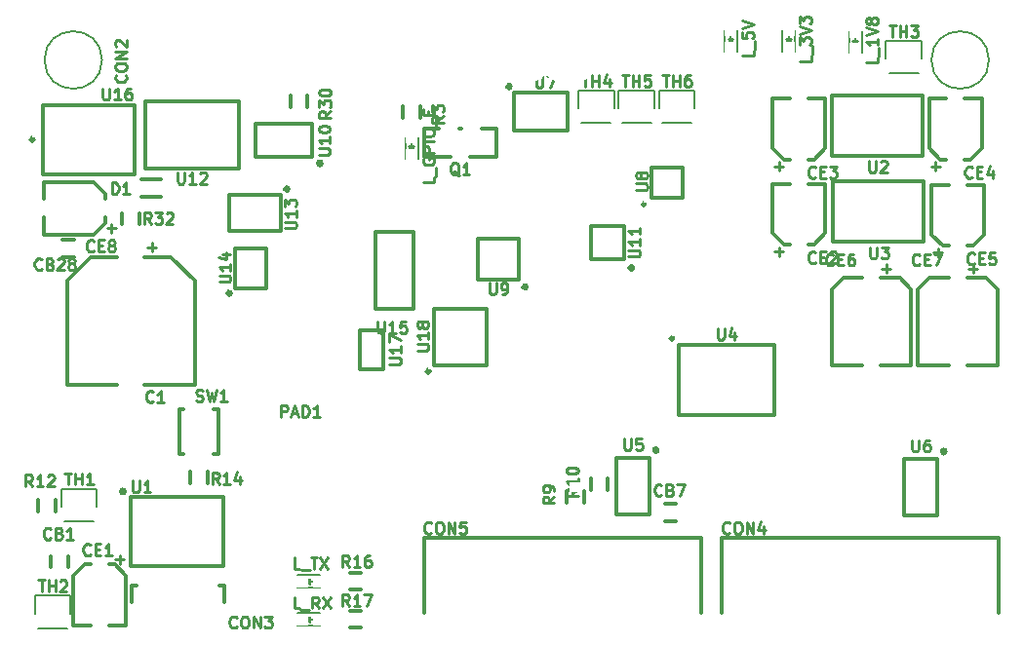
<source format=gto>
%TF.GenerationSoftware,KiCad,Pcbnew,4.0.2-stable*%
%TF.CreationDate,2016-08-10T11:52:40+09:00*%
%TF.ProjectId,Shimonso-IoT-Type-R,5368696D6F6E736F2D496F542D547970,rev?*%
%TF.FileFunction,Legend,Top*%
%FSLAX46Y46*%
G04 Gerber Fmt 4.6, Leading zero omitted, Abs format (unit mm)*
G04 Created by KiCad (PCBNEW 4.0.2-stable) date 2016年08月10日水曜日 11:52:40*
%MOMM*%
G01*
G04 APERTURE LIST*
%ADD10C,0.100000*%
%ADD11C,0.200000*%
%ADD12C,0.150000*%
%ADD13C,0.300000*%
%ADD14C,0.250000*%
%ADD15R,2.435200X2.435200*%
%ADD16R,0.997560X0.997560*%
%ADD17R,3.300000X0.504800*%
%ADD18R,1.700000X1.750000*%
%ADD19R,0.600000X1.550000*%
%ADD20O,1.090000X1.750000*%
%ADD21O,1.450000X1.150000*%
%ADD22R,0.600000X0.600000*%
%ADD23R,0.600000X0.950000*%
%ADD24R,0.600000X0.945000*%
%ADD25R,1.100000X0.710000*%
%ADD26R,0.600000X1.095000*%
%ADD27R,1.500000X2.100000*%
%ADD28R,1.020000X0.900000*%
%ADD29R,2.000000X0.760000*%
%ADD30R,0.630000X0.530000*%
%ADD31R,0.530000X0.630000*%
%ADD32O,0.850000X0.600000*%
%ADD33R,0.600000X0.750000*%
%ADD34O,0.600000X0.850000*%
%ADD35R,1.100000X0.600000*%
%ADD36R,0.750000X0.600000*%
%ADD37R,0.575000X0.550000*%
%ADD38R,0.550000X0.575000*%
%ADD39R,1.920000X0.700000*%
%ADD40R,0.640000X1.810000*%
%ADD41R,2.200000X0.500000*%
%ADD42R,2.300000X0.740000*%
%ADD43R,1.540000X3.800000*%
%ADD44R,0.810000X2.200000*%
%ADD45C,1.800000*%
%ADD46R,1.900000X1.400000*%
%ADD47R,1.000000X0.900000*%
%ADD48R,0.900000X1.000000*%
%ADD49R,1.000000X1.100000*%
%ADD50R,9.200000X9.200000*%
%ADD51R,2.900000X1.100000*%
%ADD52R,1.100000X2.900000*%
%ADD53R,1.900000X6.500000*%
%ADD54R,1.400000X1.100000*%
%ADD55R,1.810000X0.570000*%
%ADD56R,1.810000X0.560000*%
%ADD57R,0.550000X0.900000*%
%ADD58R,0.570000X1.810000*%
%ADD59R,0.560000X1.810000*%
%ADD60R,0.570000X2.200000*%
G04 APERTURE END LIST*
D10*
D11*
X133500000Y-100000000D02*
G75*
G03X133500000Y-100000000I-2500000J0D01*
G01*
X56500000Y-100000000D02*
G75*
G03X56500000Y-100000000I-2500000J0D01*
G01*
D12*
X107950000Y-102650000D02*
X107950000Y-104200000D01*
X104850000Y-104200000D02*
X104850000Y-102650000D01*
X104850000Y-102650000D02*
X107950000Y-102650000D01*
X105130000Y-105470000D02*
X107670000Y-105470000D01*
X104450000Y-102650000D02*
X104450000Y-104200000D01*
X101350000Y-104200000D02*
X101350000Y-102650000D01*
X101350000Y-102650000D02*
X104450000Y-102650000D01*
X101630000Y-105470000D02*
X104170000Y-105470000D01*
X100950000Y-102650000D02*
X100950000Y-104200000D01*
X97850000Y-104200000D02*
X97850000Y-102650000D01*
X97850000Y-102650000D02*
X100950000Y-102650000D01*
X98130000Y-105470000D02*
X100670000Y-105470000D01*
X127650000Y-98350000D02*
X127650000Y-99900000D01*
X124550000Y-99900000D02*
X124550000Y-98350000D01*
X124550000Y-98350000D02*
X127650000Y-98350000D01*
X124830000Y-101170000D02*
X127370000Y-101170000D01*
X53750000Y-146550000D02*
X53750000Y-148100000D01*
X50650000Y-148100000D02*
X50650000Y-146550000D01*
X50650000Y-146550000D02*
X53750000Y-146550000D01*
X50930000Y-149370000D02*
X53470000Y-149370000D01*
X56050000Y-137250000D02*
X56050000Y-138800000D01*
X52950000Y-138800000D02*
X52950000Y-137250000D01*
X52950000Y-137250000D02*
X56050000Y-137250000D01*
X53230000Y-140070000D02*
X55770000Y-140070000D01*
X73500000Y-149150000D02*
X75400000Y-149150000D01*
X73500000Y-148050000D02*
X75400000Y-148050000D01*
X74400000Y-148600000D02*
X74850000Y-148600000D01*
X74350000Y-148350000D02*
X74350000Y-148850000D01*
X74350000Y-148600000D02*
X74600000Y-148350000D01*
X74600000Y-148350000D02*
X74600000Y-148850000D01*
X74600000Y-148850000D02*
X74350000Y-148600000D01*
X73500000Y-145850000D02*
X75400000Y-145850000D01*
X73500000Y-144750000D02*
X75400000Y-144750000D01*
X74400000Y-145300000D02*
X74850000Y-145300000D01*
X74350000Y-145050000D02*
X74350000Y-145550000D01*
X74350000Y-145300000D02*
X74600000Y-145050000D01*
X74600000Y-145050000D02*
X74600000Y-145550000D01*
X74600000Y-145550000D02*
X74350000Y-145300000D01*
X122450000Y-99400000D02*
X122450000Y-97500000D01*
X121350000Y-99400000D02*
X121350000Y-97500000D01*
X121900000Y-98500000D02*
X121900000Y-98050000D01*
X121650000Y-98550000D02*
X122150000Y-98550000D01*
X121900000Y-98550000D02*
X121650000Y-98300000D01*
X121650000Y-98300000D02*
X122150000Y-98300000D01*
X122150000Y-98300000D02*
X121900000Y-98550000D01*
X116650000Y-99300000D02*
X116650000Y-97400000D01*
X115550000Y-99300000D02*
X115550000Y-97400000D01*
X116100000Y-98400000D02*
X116100000Y-97950000D01*
X115850000Y-98450000D02*
X116350000Y-98450000D01*
X116100000Y-98450000D02*
X115850000Y-98200000D01*
X115850000Y-98200000D02*
X116350000Y-98200000D01*
X116350000Y-98200000D02*
X116100000Y-98450000D01*
X111650000Y-99300000D02*
X111650000Y-97400000D01*
X110550000Y-99300000D02*
X110550000Y-97400000D01*
X111100000Y-98400000D02*
X111100000Y-97950000D01*
X110850000Y-98450000D02*
X111350000Y-98450000D01*
X111100000Y-98450000D02*
X110850000Y-98200000D01*
X110850000Y-98200000D02*
X111350000Y-98200000D01*
X111350000Y-98200000D02*
X111100000Y-98450000D01*
X83950000Y-108600000D02*
X83950000Y-106700000D01*
X82850000Y-108600000D02*
X82850000Y-106700000D01*
X83400000Y-107700000D02*
X83400000Y-107250000D01*
X83150000Y-107750000D02*
X83650000Y-107750000D01*
X83400000Y-107750000D02*
X83150000Y-107500000D01*
X83150000Y-107500000D02*
X83650000Y-107500000D01*
X83650000Y-107500000D02*
X83400000Y-107750000D01*
D13*
X58506362Y-137492400D02*
G75*
G03X58506362Y-137492400I-183162J0D01*
G01*
X67000000Y-138000000D02*
X67000000Y-144000000D01*
X67000000Y-144000000D02*
X59000000Y-144000000D01*
X59000000Y-144000000D02*
X59000000Y-138000000D01*
X59000000Y-138000000D02*
X67000000Y-138000000D01*
X66700000Y-145700000D02*
X67050000Y-145700000D01*
X67100000Y-147100000D02*
X67100000Y-145700000D01*
X59100000Y-147100000D02*
X59100000Y-145700000D01*
X59150000Y-145700000D02*
X59500000Y-145700000D01*
X84966644Y-127046400D02*
G75*
G03X84966644Y-127046400I-160644J0D01*
G01*
X85300000Y-121650000D02*
X89900000Y-121650000D01*
X89900000Y-121650000D02*
X89900000Y-126550000D01*
X89900000Y-126550000D02*
X85300000Y-126550000D01*
X85300000Y-126550000D02*
X85300000Y-121650000D01*
X80950000Y-126900000D02*
X78850000Y-126900000D01*
X80950000Y-123500000D02*
X78850000Y-123500000D01*
X78850000Y-126900000D02*
X78850000Y-123500000D01*
X80950000Y-126900000D02*
X80950000Y-123500000D01*
X50589844Y-106900000D02*
G75*
G03X50589844Y-106900000I-160644J0D01*
G01*
X59300000Y-109900000D02*
X51400000Y-109900000D01*
X51400000Y-109900000D02*
X51400000Y-103900000D01*
X51400000Y-103900000D02*
X59300000Y-103900000D01*
X59300000Y-103900000D02*
X59300000Y-109900000D01*
X72697405Y-111217200D02*
G75*
G03X72697405Y-111217200I-179605J0D01*
G01*
X72065000Y-111725000D02*
X67535000Y-111725000D01*
X67535000Y-111725000D02*
X67535000Y-114875000D01*
X67535000Y-114875000D02*
X72065000Y-114875000D01*
X72065000Y-114875000D02*
X72065000Y-111725000D01*
X60250000Y-109450000D02*
X60250000Y-103550000D01*
X60250000Y-103550000D02*
X68350000Y-103550000D01*
X68350000Y-103550000D02*
X68350000Y-109450000D01*
X68350000Y-109450000D02*
X60250000Y-109450000D01*
X102611605Y-118059000D02*
G75*
G03X102611605Y-118059000I-179605J0D01*
G01*
X101845000Y-117345000D02*
X98955000Y-117345000D01*
X98955000Y-117345000D02*
X98955000Y-114455000D01*
X98955000Y-114455000D02*
X101845000Y-114455000D01*
X101845000Y-114455000D02*
X101845000Y-117345000D01*
X93365605Y-119713000D02*
G75*
G03X93365605Y-119713000I-179605J0D01*
G01*
X89150000Y-119050000D02*
X89150000Y-115550000D01*
X92650000Y-119050000D02*
X92650000Y-115550000D01*
X92650000Y-115550000D02*
X89150000Y-115550000D01*
X92650000Y-119050000D02*
X89150000Y-119050000D01*
X103657000Y-112543000D02*
G75*
G03X103657000Y-112543000I-127000J0D01*
G01*
X104212500Y-109312500D02*
X106887500Y-109312500D01*
X106887500Y-111987500D02*
X106887500Y-109312500D01*
X104212500Y-111987500D02*
X106887500Y-111987500D01*
X104212500Y-111987500D02*
X104212500Y-109312500D01*
X91985605Y-102315600D02*
G75*
G03X91985605Y-102315600I-179605J0D01*
G01*
X96910000Y-102850000D02*
X96910000Y-106150000D01*
X92290000Y-102850000D02*
X92290000Y-106150000D01*
X96910000Y-102850000D02*
X92290000Y-102850000D01*
X96910000Y-106150000D02*
X92290000Y-106150000D01*
X129040000Y-134670000D02*
X126140000Y-134670000D01*
X126140000Y-134670000D02*
X126140000Y-139570000D01*
X126140000Y-139570000D02*
X129040000Y-139570000D01*
X129040000Y-139570000D02*
X129040000Y-134670000D01*
X129754362Y-134021200D02*
G75*
G03X129754362Y-134021200I-183162J0D01*
G01*
X106119284Y-124179200D02*
G75*
G03X106119284Y-124179200I-143684J0D01*
G01*
X114850000Y-124725000D02*
X114850000Y-130825000D01*
X114850000Y-130825000D02*
X106550000Y-130825000D01*
X106550000Y-130825000D02*
X106550000Y-124725000D01*
X106550000Y-124725000D02*
X114850000Y-124725000D01*
X119950000Y-115825000D02*
X119950000Y-110575000D01*
X119950000Y-110575000D02*
X127850000Y-110575000D01*
X127850000Y-110565000D02*
X127850000Y-115825000D01*
X127850000Y-115825000D02*
X119950000Y-115825000D01*
X84500000Y-141550000D02*
X84500000Y-148000000D01*
X108500000Y-141550000D02*
X108500000Y-148000000D01*
X108500000Y-141550000D02*
X84500000Y-141550000D01*
X110300000Y-141550000D02*
X110300000Y-148000000D01*
X134300000Y-141550000D02*
X134300000Y-148000000D01*
X134300000Y-141550000D02*
X110300000Y-141550000D01*
X119850000Y-108325000D02*
X119850000Y-103075000D01*
X119850000Y-103075000D02*
X127750000Y-103075000D01*
X127750000Y-103065000D02*
X127750000Y-108325000D01*
X127750000Y-108325000D02*
X119850000Y-108325000D01*
X66200000Y-134250000D02*
X66600000Y-134250000D01*
X63200000Y-134250000D02*
X63600000Y-134250000D01*
X66200000Y-130350000D02*
X66600000Y-130350000D01*
X63200000Y-130350000D02*
X63600000Y-130350000D01*
X66600000Y-134250000D02*
X66600000Y-130350000D01*
X63200000Y-134250000D02*
X63200000Y-130350000D01*
X59750000Y-113300000D02*
X59750000Y-114300000D01*
X58250000Y-114300000D02*
X58250000Y-113300000D01*
X72850000Y-104100000D02*
X72850000Y-103100000D01*
X74350000Y-103100000D02*
X74350000Y-104100000D01*
X78000000Y-147850000D02*
X79000000Y-147850000D01*
X79000000Y-149350000D02*
X78000000Y-149350000D01*
X78000000Y-144550000D02*
X79000000Y-144550000D01*
X79000000Y-146050000D02*
X78000000Y-146050000D01*
X100420000Y-136360000D02*
X100420000Y-137360000D01*
X98920000Y-137360000D02*
X98920000Y-136360000D01*
X98370000Y-137470000D02*
X98370000Y-138470000D01*
X96870000Y-138470000D02*
X96870000Y-137470000D01*
X82650000Y-105000000D02*
X82650000Y-104000000D01*
X84150000Y-104000000D02*
X84150000Y-105000000D01*
X87500000Y-106000000D02*
X87700000Y-106000000D01*
X89450000Y-106000000D02*
X90700000Y-106000000D01*
X88450000Y-108400000D02*
X90700000Y-108400000D01*
X84500000Y-108400000D02*
X86750000Y-108400000D01*
X84500000Y-106000000D02*
X85750000Y-106000000D01*
X90700000Y-106000000D02*
X90700000Y-108400000D01*
X84500000Y-106000000D02*
X84500000Y-108400000D01*
X56750000Y-111600000D02*
X55750000Y-110600000D01*
X56750000Y-114200000D02*
X55750000Y-115200000D01*
X51450000Y-115200000D02*
X51450000Y-113700000D01*
X51450000Y-112100000D02*
X51450000Y-110600000D01*
X56750000Y-112100000D02*
X56750000Y-111600000D01*
X56750000Y-114200000D02*
X56750000Y-113700000D01*
X51450000Y-110600000D02*
X55750000Y-110600000D01*
X51450000Y-115200000D02*
X55750000Y-115200000D01*
X128350000Y-118900000D02*
X127350000Y-119900000D01*
X133250000Y-118900000D02*
X134250000Y-119900000D01*
X134250000Y-126500000D02*
X131600000Y-126500000D01*
X130000000Y-126500000D02*
X127350000Y-126500000D01*
X130000000Y-118900000D02*
X128350000Y-118900000D01*
X133250000Y-118900000D02*
X131600000Y-118900000D01*
X127350000Y-126500000D02*
X127350000Y-119900000D01*
X134250000Y-126500000D02*
X134250000Y-119900000D01*
X120850000Y-118900000D02*
X119850000Y-119900000D01*
X125750000Y-118900000D02*
X126750000Y-119900000D01*
X126750000Y-126500000D02*
X124100000Y-126500000D01*
X122500000Y-126500000D02*
X119850000Y-126500000D01*
X122500000Y-118900000D02*
X120850000Y-118900000D01*
X125750000Y-118900000D02*
X124100000Y-118900000D01*
X119850000Y-126500000D02*
X119850000Y-119900000D01*
X126750000Y-126500000D02*
X126750000Y-119900000D01*
X132100000Y-116150000D02*
X133100000Y-115150000D01*
X129500000Y-116150000D02*
X128500000Y-115150000D01*
X128500000Y-110850000D02*
X130000000Y-110850000D01*
X131600000Y-110850000D02*
X133100000Y-110850000D01*
X131600000Y-116150000D02*
X132100000Y-116150000D01*
X129500000Y-116150000D02*
X130000000Y-116150000D01*
X133100000Y-110850000D02*
X133100000Y-115150000D01*
X128500000Y-110850000D02*
X128500000Y-115150000D01*
X131900000Y-108650000D02*
X132900000Y-107650000D01*
X129300000Y-108650000D02*
X128300000Y-107650000D01*
X128300000Y-103350000D02*
X129800000Y-103350000D01*
X131400000Y-103350000D02*
X132900000Y-103350000D01*
X131400000Y-108650000D02*
X131900000Y-108650000D01*
X129300000Y-108650000D02*
X129800000Y-108650000D01*
X132900000Y-103350000D02*
X132900000Y-107650000D01*
X128300000Y-103350000D02*
X128300000Y-107650000D01*
X118300000Y-108650000D02*
X119300000Y-107650000D01*
X115700000Y-108650000D02*
X114700000Y-107650000D01*
X114700000Y-103350000D02*
X116200000Y-103350000D01*
X117800000Y-103350000D02*
X119300000Y-103350000D01*
X117800000Y-108650000D02*
X118300000Y-108650000D01*
X115700000Y-108650000D02*
X116200000Y-108650000D01*
X119300000Y-103350000D02*
X119300000Y-107650000D01*
X114700000Y-103350000D02*
X114700000Y-107650000D01*
X118300000Y-116050000D02*
X119300000Y-115050000D01*
X115700000Y-116050000D02*
X114700000Y-115050000D01*
X114700000Y-110750000D02*
X116200000Y-110750000D01*
X117800000Y-110750000D02*
X119300000Y-110750000D01*
X117800000Y-116050000D02*
X118300000Y-116050000D01*
X115700000Y-116050000D02*
X116200000Y-116050000D01*
X119300000Y-110750000D02*
X119300000Y-115050000D01*
X114700000Y-110750000D02*
X114700000Y-115050000D01*
X55000000Y-143850000D02*
X54000000Y-144850000D01*
X57600000Y-143850000D02*
X58600000Y-144850000D01*
X58600000Y-149150000D02*
X57100000Y-149150000D01*
X55500000Y-149150000D02*
X54000000Y-149150000D01*
X55500000Y-143850000D02*
X55000000Y-143850000D01*
X57600000Y-143850000D02*
X57100000Y-143850000D01*
X54000000Y-149150000D02*
X54000000Y-144850000D01*
X58600000Y-149150000D02*
X58600000Y-144850000D01*
X53100000Y-115650000D02*
X54100000Y-115650000D01*
X54100000Y-117150000D02*
X53100000Y-117150000D01*
X106350000Y-140060000D02*
X105350000Y-140060000D01*
X105350000Y-138560000D02*
X106350000Y-138560000D01*
X52050000Y-144100000D02*
X52050000Y-143100000D01*
X53550000Y-143100000D02*
X53550000Y-144100000D01*
X60200000Y-128250000D02*
X64550000Y-128250000D01*
X60200000Y-117150000D02*
X62500000Y-117150000D01*
X62500000Y-117150000D02*
X64550000Y-119200000D01*
X53450000Y-119200000D02*
X55500000Y-117150000D01*
X55500000Y-117150000D02*
X57800000Y-117150000D01*
X64550000Y-128250000D02*
X64550000Y-119200000D01*
X53450000Y-128250000D02*
X53450000Y-119200000D01*
X53450000Y-128250000D02*
X57800000Y-128250000D01*
X50950000Y-139200000D02*
X50950000Y-138200000D01*
X52450000Y-138200000D02*
X52450000Y-139200000D01*
X64150000Y-136800000D02*
X64150000Y-135800000D01*
X65650000Y-135800000D02*
X65650000Y-136800000D01*
X59950000Y-111875000D02*
X61650000Y-111875000D01*
X59950000Y-110325000D02*
X61650000Y-110325000D01*
X74750000Y-108450000D02*
X74750000Y-105550000D01*
X74750000Y-105550000D02*
X69850000Y-105550000D01*
X69850000Y-105550000D02*
X69850000Y-108450000D01*
X69850000Y-108450000D02*
X74750000Y-108450000D01*
X75581962Y-108981200D02*
G75*
G03X75581962Y-108981200I-183162J0D01*
G01*
X67700005Y-120259000D02*
G75*
G03X67700005Y-120259000I-179605J0D01*
G01*
X68050000Y-119850000D02*
X70750000Y-119850000D01*
X70750000Y-119850000D02*
X70750000Y-116350000D01*
X70750000Y-116350000D02*
X68050000Y-116350000D01*
X68050000Y-116350000D02*
X68050000Y-119850000D01*
X104050000Y-134550000D02*
X101150000Y-134550000D01*
X101150000Y-134550000D02*
X101150000Y-139450000D01*
X101150000Y-139450000D02*
X104050000Y-139450000D01*
X104050000Y-139450000D02*
X104050000Y-134550000D01*
X104764362Y-133901200D02*
G75*
G03X104764362Y-133901200I-183162J0D01*
G01*
X80280000Y-114950000D02*
X83520000Y-114950000D01*
X83520000Y-114950000D02*
X83520000Y-121650000D01*
X83520000Y-121650000D02*
X80280000Y-121650000D01*
X80280000Y-121650000D02*
X80280000Y-114950000D01*
D14*
X105164286Y-101302381D02*
X105735715Y-101302381D01*
X105450000Y-102302381D02*
X105450000Y-101302381D01*
X106069048Y-102302381D02*
X106069048Y-101302381D01*
X106069048Y-101778571D02*
X106640477Y-101778571D01*
X106640477Y-102302381D02*
X106640477Y-101302381D01*
X107545239Y-101302381D02*
X107354762Y-101302381D01*
X107259524Y-101350000D01*
X107211905Y-101397619D01*
X107116667Y-101540476D01*
X107069048Y-101730952D01*
X107069048Y-102111905D01*
X107116667Y-102207143D01*
X107164286Y-102254762D01*
X107259524Y-102302381D01*
X107450001Y-102302381D01*
X107545239Y-102254762D01*
X107592858Y-102207143D01*
X107640477Y-102111905D01*
X107640477Y-101873810D01*
X107592858Y-101778571D01*
X107545239Y-101730952D01*
X107450001Y-101683333D01*
X107259524Y-101683333D01*
X107164286Y-101730952D01*
X107116667Y-101778571D01*
X107069048Y-101873810D01*
X101664286Y-101302381D02*
X102235715Y-101302381D01*
X101950000Y-102302381D02*
X101950000Y-101302381D01*
X102569048Y-102302381D02*
X102569048Y-101302381D01*
X102569048Y-101778571D02*
X103140477Y-101778571D01*
X103140477Y-102302381D02*
X103140477Y-101302381D01*
X104092858Y-101302381D02*
X103616667Y-101302381D01*
X103569048Y-101778571D01*
X103616667Y-101730952D01*
X103711905Y-101683333D01*
X103950001Y-101683333D01*
X104045239Y-101730952D01*
X104092858Y-101778571D01*
X104140477Y-101873810D01*
X104140477Y-102111905D01*
X104092858Y-102207143D01*
X104045239Y-102254762D01*
X103950001Y-102302381D01*
X103711905Y-102302381D01*
X103616667Y-102254762D01*
X103569048Y-102207143D01*
X98164286Y-101302381D02*
X98735715Y-101302381D01*
X98450000Y-102302381D02*
X98450000Y-101302381D01*
X99069048Y-102302381D02*
X99069048Y-101302381D01*
X99069048Y-101778571D02*
X99640477Y-101778571D01*
X99640477Y-102302381D02*
X99640477Y-101302381D01*
X100545239Y-101635714D02*
X100545239Y-102302381D01*
X100307143Y-101254762D02*
X100069048Y-101969048D01*
X100688096Y-101969048D01*
X124864286Y-97002381D02*
X125435715Y-97002381D01*
X125150000Y-98002381D02*
X125150000Y-97002381D01*
X125769048Y-98002381D02*
X125769048Y-97002381D01*
X125769048Y-97478571D02*
X126340477Y-97478571D01*
X126340477Y-98002381D02*
X126340477Y-97002381D01*
X126721429Y-97002381D02*
X127340477Y-97002381D01*
X127007143Y-97383333D01*
X127150001Y-97383333D01*
X127245239Y-97430952D01*
X127292858Y-97478571D01*
X127340477Y-97573810D01*
X127340477Y-97811905D01*
X127292858Y-97907143D01*
X127245239Y-97954762D01*
X127150001Y-98002381D01*
X126864286Y-98002381D01*
X126769048Y-97954762D01*
X126721429Y-97907143D01*
X50964286Y-145202381D02*
X51535715Y-145202381D01*
X51250000Y-146202381D02*
X51250000Y-145202381D01*
X51869048Y-146202381D02*
X51869048Y-145202381D01*
X51869048Y-145678571D02*
X52440477Y-145678571D01*
X52440477Y-146202381D02*
X52440477Y-145202381D01*
X52869048Y-145297619D02*
X52916667Y-145250000D01*
X53011905Y-145202381D01*
X53250001Y-145202381D01*
X53345239Y-145250000D01*
X53392858Y-145297619D01*
X53440477Y-145392857D01*
X53440477Y-145488095D01*
X53392858Y-145630952D01*
X52821429Y-146202381D01*
X53440477Y-146202381D01*
X53264286Y-135902381D02*
X53835715Y-135902381D01*
X53550000Y-136902381D02*
X53550000Y-135902381D01*
X54169048Y-136902381D02*
X54169048Y-135902381D01*
X54169048Y-136378571D02*
X54740477Y-136378571D01*
X54740477Y-136902381D02*
X54740477Y-135902381D01*
X55740477Y-136902381D02*
X55169048Y-136902381D01*
X55454762Y-136902381D02*
X55454762Y-135902381D01*
X55359524Y-136045238D01*
X55264286Y-136140476D01*
X55169048Y-136188095D01*
X73652381Y-147652381D02*
X73176190Y-147652381D01*
X73176190Y-146652381D01*
X73747619Y-147747619D02*
X74509524Y-147747619D01*
X75319048Y-147652381D02*
X74985714Y-147176190D01*
X74747619Y-147652381D02*
X74747619Y-146652381D01*
X75128572Y-146652381D01*
X75223810Y-146700000D01*
X75271429Y-146747619D01*
X75319048Y-146842857D01*
X75319048Y-146985714D01*
X75271429Y-147080952D01*
X75223810Y-147128571D01*
X75128572Y-147176190D01*
X74747619Y-147176190D01*
X75652381Y-146652381D02*
X76319048Y-147652381D01*
X76319048Y-146652381D02*
X75652381Y-147652381D01*
X73671429Y-144252381D02*
X73195238Y-144252381D01*
X73195238Y-143252381D01*
X73766667Y-144347619D02*
X74528572Y-144347619D01*
X74623810Y-143252381D02*
X75195239Y-143252381D01*
X74909524Y-144252381D02*
X74909524Y-143252381D01*
X75433334Y-143252381D02*
X76100001Y-144252381D01*
X76100001Y-143252381D02*
X75433334Y-144252381D01*
X123852381Y-99752381D02*
X123852381Y-100228572D01*
X122852381Y-100228572D01*
X123947619Y-99657143D02*
X123947619Y-98895238D01*
X123852381Y-98133333D02*
X123852381Y-98704762D01*
X123852381Y-98419048D02*
X122852381Y-98419048D01*
X122995238Y-98514286D01*
X123090476Y-98609524D01*
X123138095Y-98704762D01*
X122852381Y-97847619D02*
X123852381Y-97514286D01*
X122852381Y-97180952D01*
X123280952Y-96704762D02*
X123233333Y-96800000D01*
X123185714Y-96847619D01*
X123090476Y-96895238D01*
X123042857Y-96895238D01*
X122947619Y-96847619D01*
X122900000Y-96800000D01*
X122852381Y-96704762D01*
X122852381Y-96514285D01*
X122900000Y-96419047D01*
X122947619Y-96371428D01*
X123042857Y-96323809D01*
X123090476Y-96323809D01*
X123185714Y-96371428D01*
X123233333Y-96419047D01*
X123280952Y-96514285D01*
X123280952Y-96704762D01*
X123328571Y-96800000D01*
X123376190Y-96847619D01*
X123471429Y-96895238D01*
X123661905Y-96895238D01*
X123757143Y-96847619D01*
X123804762Y-96800000D01*
X123852381Y-96704762D01*
X123852381Y-96514285D01*
X123804762Y-96419047D01*
X123757143Y-96371428D01*
X123661905Y-96323809D01*
X123471429Y-96323809D01*
X123376190Y-96371428D01*
X123328571Y-96419047D01*
X123280952Y-96514285D01*
X118052381Y-99652381D02*
X118052381Y-100128572D01*
X117052381Y-100128572D01*
X118147619Y-99557143D02*
X118147619Y-98795238D01*
X117052381Y-98652381D02*
X117052381Y-98033333D01*
X117433333Y-98366667D01*
X117433333Y-98223809D01*
X117480952Y-98128571D01*
X117528571Y-98080952D01*
X117623810Y-98033333D01*
X117861905Y-98033333D01*
X117957143Y-98080952D01*
X118004762Y-98128571D01*
X118052381Y-98223809D01*
X118052381Y-98509524D01*
X118004762Y-98604762D01*
X117957143Y-98652381D01*
X117052381Y-97747619D02*
X118052381Y-97414286D01*
X117052381Y-97080952D01*
X117052381Y-96842857D02*
X117052381Y-96223809D01*
X117433333Y-96557143D01*
X117433333Y-96414285D01*
X117480952Y-96319047D01*
X117528571Y-96271428D01*
X117623810Y-96223809D01*
X117861905Y-96223809D01*
X117957143Y-96271428D01*
X118004762Y-96319047D01*
X118052381Y-96414285D01*
X118052381Y-96700000D01*
X118004762Y-96795238D01*
X117957143Y-96842857D01*
X113052381Y-99176190D02*
X113052381Y-99652381D01*
X112052381Y-99652381D01*
X113147619Y-99080952D02*
X113147619Y-98319047D01*
X112052381Y-97604761D02*
X112052381Y-98080952D01*
X112528571Y-98128571D01*
X112480952Y-98080952D01*
X112433333Y-97985714D01*
X112433333Y-97747618D01*
X112480952Y-97652380D01*
X112528571Y-97604761D01*
X112623810Y-97557142D01*
X112861905Y-97557142D01*
X112957143Y-97604761D01*
X113004762Y-97652380D01*
X113052381Y-97747618D01*
X113052381Y-97985714D01*
X113004762Y-98080952D01*
X112957143Y-98128571D01*
X112052381Y-97271428D02*
X113052381Y-96938095D01*
X112052381Y-96604761D01*
X85352381Y-110166666D02*
X85352381Y-110642857D01*
X84352381Y-110642857D01*
X85447619Y-110071428D02*
X85447619Y-109309523D01*
X84400000Y-108547618D02*
X84352381Y-108642856D01*
X84352381Y-108785713D01*
X84400000Y-108928571D01*
X84495238Y-109023809D01*
X84590476Y-109071428D01*
X84780952Y-109119047D01*
X84923810Y-109119047D01*
X85114286Y-109071428D01*
X85209524Y-109023809D01*
X85304762Y-108928571D01*
X85352381Y-108785713D01*
X85352381Y-108690475D01*
X85304762Y-108547618D01*
X85257143Y-108499999D01*
X84923810Y-108499999D01*
X84923810Y-108690475D01*
X85352381Y-108071428D02*
X84352381Y-108071428D01*
X84352381Y-107690475D01*
X84400000Y-107595237D01*
X84447619Y-107547618D01*
X84542857Y-107499999D01*
X84685714Y-107499999D01*
X84780952Y-107547618D01*
X84828571Y-107595237D01*
X84876190Y-107690475D01*
X84876190Y-108071428D01*
X85352381Y-107071428D02*
X84352381Y-107071428D01*
X84352381Y-106404762D02*
X84352381Y-106214285D01*
X84400000Y-106119047D01*
X84495238Y-106023809D01*
X84685714Y-105976190D01*
X85019048Y-105976190D01*
X85209524Y-106023809D01*
X85304762Y-106119047D01*
X85352381Y-106214285D01*
X85352381Y-106404762D01*
X85304762Y-106500000D01*
X85209524Y-106595238D01*
X85019048Y-106642857D01*
X84685714Y-106642857D01*
X84495238Y-106595238D01*
X84400000Y-106500000D01*
X84352381Y-106404762D01*
X85447619Y-105785714D02*
X85447619Y-105023809D01*
X84828571Y-104785714D02*
X84828571Y-104452380D01*
X85352381Y-104309523D02*
X85352381Y-104785714D01*
X84352381Y-104785714D01*
X84352381Y-104309523D01*
X59138095Y-136552381D02*
X59138095Y-137361905D01*
X59185714Y-137457143D01*
X59233333Y-137504762D01*
X59328571Y-137552381D01*
X59519048Y-137552381D01*
X59614286Y-137504762D01*
X59661905Y-137457143D01*
X59709524Y-137361905D01*
X59709524Y-136552381D01*
X60709524Y-137552381D02*
X60138095Y-137552381D01*
X60423809Y-137552381D02*
X60423809Y-136552381D01*
X60328571Y-136695238D01*
X60233333Y-136790476D01*
X60138095Y-136838095D01*
X68185715Y-149257143D02*
X68138096Y-149304762D01*
X67995239Y-149352381D01*
X67900001Y-149352381D01*
X67757143Y-149304762D01*
X67661905Y-149209524D01*
X67614286Y-149114286D01*
X67566667Y-148923810D01*
X67566667Y-148780952D01*
X67614286Y-148590476D01*
X67661905Y-148495238D01*
X67757143Y-148400000D01*
X67900001Y-148352381D01*
X67995239Y-148352381D01*
X68138096Y-148400000D01*
X68185715Y-148447619D01*
X68804762Y-148352381D02*
X68995239Y-148352381D01*
X69090477Y-148400000D01*
X69185715Y-148495238D01*
X69233334Y-148685714D01*
X69233334Y-149019048D01*
X69185715Y-149209524D01*
X69090477Y-149304762D01*
X68995239Y-149352381D01*
X68804762Y-149352381D01*
X68709524Y-149304762D01*
X68614286Y-149209524D01*
X68566667Y-149019048D01*
X68566667Y-148685714D01*
X68614286Y-148495238D01*
X68709524Y-148400000D01*
X68804762Y-148352381D01*
X69661905Y-149352381D02*
X69661905Y-148352381D01*
X70233334Y-149352381D01*
X70233334Y-148352381D01*
X70614286Y-148352381D02*
X71233334Y-148352381D01*
X70900000Y-148733333D01*
X71042858Y-148733333D01*
X71138096Y-148780952D01*
X71185715Y-148828571D01*
X71233334Y-148923810D01*
X71233334Y-149161905D01*
X71185715Y-149257143D01*
X71138096Y-149304762D01*
X71042858Y-149352381D01*
X70757143Y-149352381D01*
X70661905Y-149304762D01*
X70614286Y-149257143D01*
X83852381Y-125238095D02*
X84661905Y-125238095D01*
X84757143Y-125190476D01*
X84804762Y-125142857D01*
X84852381Y-125047619D01*
X84852381Y-124857142D01*
X84804762Y-124761904D01*
X84757143Y-124714285D01*
X84661905Y-124666666D01*
X83852381Y-124666666D01*
X84852381Y-123666666D02*
X84852381Y-124238095D01*
X84852381Y-123952381D02*
X83852381Y-123952381D01*
X83995238Y-124047619D01*
X84090476Y-124142857D01*
X84138095Y-124238095D01*
X84280952Y-123095238D02*
X84233333Y-123190476D01*
X84185714Y-123238095D01*
X84090476Y-123285714D01*
X84042857Y-123285714D01*
X83947619Y-123238095D01*
X83900000Y-123190476D01*
X83852381Y-123095238D01*
X83852381Y-122904761D01*
X83900000Y-122809523D01*
X83947619Y-122761904D01*
X84042857Y-122714285D01*
X84090476Y-122714285D01*
X84185714Y-122761904D01*
X84233333Y-122809523D01*
X84280952Y-122904761D01*
X84280952Y-123095238D01*
X84328571Y-123190476D01*
X84376190Y-123238095D01*
X84471429Y-123285714D01*
X84661905Y-123285714D01*
X84757143Y-123238095D01*
X84804762Y-123190476D01*
X84852381Y-123095238D01*
X84852381Y-122904761D01*
X84804762Y-122809523D01*
X84757143Y-122761904D01*
X84661905Y-122714285D01*
X84471429Y-122714285D01*
X84376190Y-122761904D01*
X84328571Y-122809523D01*
X84280952Y-122904761D01*
X81452381Y-126438095D02*
X82261905Y-126438095D01*
X82357143Y-126390476D01*
X82404762Y-126342857D01*
X82452381Y-126247619D01*
X82452381Y-126057142D01*
X82404762Y-125961904D01*
X82357143Y-125914285D01*
X82261905Y-125866666D01*
X81452381Y-125866666D01*
X82452381Y-124866666D02*
X82452381Y-125438095D01*
X82452381Y-125152381D02*
X81452381Y-125152381D01*
X81595238Y-125247619D01*
X81690476Y-125342857D01*
X81738095Y-125438095D01*
X81452381Y-124533333D02*
X81452381Y-123866666D01*
X82452381Y-124295238D01*
X56561905Y-102452381D02*
X56561905Y-103261905D01*
X56609524Y-103357143D01*
X56657143Y-103404762D01*
X56752381Y-103452381D01*
X56942858Y-103452381D01*
X57038096Y-103404762D01*
X57085715Y-103357143D01*
X57133334Y-103261905D01*
X57133334Y-102452381D01*
X58133334Y-103452381D02*
X57561905Y-103452381D01*
X57847619Y-103452381D02*
X57847619Y-102452381D01*
X57752381Y-102595238D01*
X57657143Y-102690476D01*
X57561905Y-102738095D01*
X58990477Y-102452381D02*
X58800000Y-102452381D01*
X58704762Y-102500000D01*
X58657143Y-102547619D01*
X58561905Y-102690476D01*
X58514286Y-102880952D01*
X58514286Y-103261905D01*
X58561905Y-103357143D01*
X58609524Y-103404762D01*
X58704762Y-103452381D01*
X58895239Y-103452381D01*
X58990477Y-103404762D01*
X59038096Y-103357143D01*
X59085715Y-103261905D01*
X59085715Y-103023810D01*
X59038096Y-102928571D01*
X58990477Y-102880952D01*
X58895239Y-102833333D01*
X58704762Y-102833333D01*
X58609524Y-102880952D01*
X58561905Y-102928571D01*
X58514286Y-103023810D01*
X72352381Y-114638095D02*
X73161905Y-114638095D01*
X73257143Y-114590476D01*
X73304762Y-114542857D01*
X73352381Y-114447619D01*
X73352381Y-114257142D01*
X73304762Y-114161904D01*
X73257143Y-114114285D01*
X73161905Y-114066666D01*
X72352381Y-114066666D01*
X73352381Y-113066666D02*
X73352381Y-113638095D01*
X73352381Y-113352381D02*
X72352381Y-113352381D01*
X72495238Y-113447619D01*
X72590476Y-113542857D01*
X72638095Y-113638095D01*
X72352381Y-112733333D02*
X72352381Y-112114285D01*
X72733333Y-112447619D01*
X72733333Y-112304761D01*
X72780952Y-112209523D01*
X72828571Y-112161904D01*
X72923810Y-112114285D01*
X73161905Y-112114285D01*
X73257143Y-112161904D01*
X73304762Y-112209523D01*
X73352381Y-112304761D01*
X73352381Y-112590476D01*
X73304762Y-112685714D01*
X73257143Y-112733333D01*
X63061905Y-109752381D02*
X63061905Y-110561905D01*
X63109524Y-110657143D01*
X63157143Y-110704762D01*
X63252381Y-110752381D01*
X63442858Y-110752381D01*
X63538096Y-110704762D01*
X63585715Y-110657143D01*
X63633334Y-110561905D01*
X63633334Y-109752381D01*
X64633334Y-110752381D02*
X64061905Y-110752381D01*
X64347619Y-110752381D02*
X64347619Y-109752381D01*
X64252381Y-109895238D01*
X64157143Y-109990476D01*
X64061905Y-110038095D01*
X65014286Y-109847619D02*
X65061905Y-109800000D01*
X65157143Y-109752381D01*
X65395239Y-109752381D01*
X65490477Y-109800000D01*
X65538096Y-109847619D01*
X65585715Y-109942857D01*
X65585715Y-110038095D01*
X65538096Y-110180952D01*
X64966667Y-110752381D01*
X65585715Y-110752381D01*
X102202381Y-117088095D02*
X103011905Y-117088095D01*
X103107143Y-117040476D01*
X103154762Y-116992857D01*
X103202381Y-116897619D01*
X103202381Y-116707142D01*
X103154762Y-116611904D01*
X103107143Y-116564285D01*
X103011905Y-116516666D01*
X102202381Y-116516666D01*
X103202381Y-115516666D02*
X103202381Y-116088095D01*
X103202381Y-115802381D02*
X102202381Y-115802381D01*
X102345238Y-115897619D01*
X102440476Y-115992857D01*
X102488095Y-116088095D01*
X103202381Y-114564285D02*
X103202381Y-115135714D01*
X103202381Y-114850000D02*
X102202381Y-114850000D01*
X102345238Y-114945238D01*
X102440476Y-115040476D01*
X102488095Y-115135714D01*
X90138095Y-119352381D02*
X90138095Y-120161905D01*
X90185714Y-120257143D01*
X90233333Y-120304762D01*
X90328571Y-120352381D01*
X90519048Y-120352381D01*
X90614286Y-120304762D01*
X90661905Y-120257143D01*
X90709524Y-120161905D01*
X90709524Y-119352381D01*
X91233333Y-120352381D02*
X91423809Y-120352381D01*
X91519048Y-120304762D01*
X91566667Y-120257143D01*
X91661905Y-120114286D01*
X91709524Y-119923810D01*
X91709524Y-119542857D01*
X91661905Y-119447619D01*
X91614286Y-119400000D01*
X91519048Y-119352381D01*
X91328571Y-119352381D01*
X91233333Y-119400000D01*
X91185714Y-119447619D01*
X91138095Y-119542857D01*
X91138095Y-119780952D01*
X91185714Y-119876190D01*
X91233333Y-119923810D01*
X91328571Y-119971429D01*
X91519048Y-119971429D01*
X91614286Y-119923810D01*
X91661905Y-119876190D01*
X91709524Y-119780952D01*
X102852381Y-111311905D02*
X103661905Y-111311905D01*
X103757143Y-111264286D01*
X103804762Y-111216667D01*
X103852381Y-111121429D01*
X103852381Y-110930952D01*
X103804762Y-110835714D01*
X103757143Y-110788095D01*
X103661905Y-110740476D01*
X102852381Y-110740476D01*
X103280952Y-110121429D02*
X103233333Y-110216667D01*
X103185714Y-110264286D01*
X103090476Y-110311905D01*
X103042857Y-110311905D01*
X102947619Y-110264286D01*
X102900000Y-110216667D01*
X102852381Y-110121429D01*
X102852381Y-109930952D01*
X102900000Y-109835714D01*
X102947619Y-109788095D01*
X103042857Y-109740476D01*
X103090476Y-109740476D01*
X103185714Y-109788095D01*
X103233333Y-109835714D01*
X103280952Y-109930952D01*
X103280952Y-110121429D01*
X103328571Y-110216667D01*
X103376190Y-110264286D01*
X103471429Y-110311905D01*
X103661905Y-110311905D01*
X103757143Y-110264286D01*
X103804762Y-110216667D01*
X103852381Y-110121429D01*
X103852381Y-109930952D01*
X103804762Y-109835714D01*
X103757143Y-109788095D01*
X103661905Y-109740476D01*
X103471429Y-109740476D01*
X103376190Y-109788095D01*
X103328571Y-109835714D01*
X103280952Y-109930952D01*
X94188095Y-101402381D02*
X94188095Y-102211905D01*
X94235714Y-102307143D01*
X94283333Y-102354762D01*
X94378571Y-102402381D01*
X94569048Y-102402381D01*
X94664286Y-102354762D01*
X94711905Y-102307143D01*
X94759524Y-102211905D01*
X94759524Y-101402381D01*
X95140476Y-101402381D02*
X95807143Y-101402381D01*
X95378571Y-102402381D01*
X126828095Y-133022381D02*
X126828095Y-133831905D01*
X126875714Y-133927143D01*
X126923333Y-133974762D01*
X127018571Y-134022381D01*
X127209048Y-134022381D01*
X127304286Y-133974762D01*
X127351905Y-133927143D01*
X127399524Y-133831905D01*
X127399524Y-133022381D01*
X128304286Y-133022381D02*
X128113809Y-133022381D01*
X128018571Y-133070000D01*
X127970952Y-133117619D01*
X127875714Y-133260476D01*
X127828095Y-133450952D01*
X127828095Y-133831905D01*
X127875714Y-133927143D01*
X127923333Y-133974762D01*
X128018571Y-134022381D01*
X128209048Y-134022381D01*
X128304286Y-133974762D01*
X128351905Y-133927143D01*
X128399524Y-133831905D01*
X128399524Y-133593810D01*
X128351905Y-133498571D01*
X128304286Y-133450952D01*
X128209048Y-133403333D01*
X128018571Y-133403333D01*
X127923333Y-133450952D01*
X127875714Y-133498571D01*
X127828095Y-133593810D01*
X109938095Y-123302381D02*
X109938095Y-124111905D01*
X109985714Y-124207143D01*
X110033333Y-124254762D01*
X110128571Y-124302381D01*
X110319048Y-124302381D01*
X110414286Y-124254762D01*
X110461905Y-124207143D01*
X110509524Y-124111905D01*
X110509524Y-123302381D01*
X111414286Y-123635714D02*
X111414286Y-124302381D01*
X111176190Y-123254762D02*
X110938095Y-123969048D01*
X111557143Y-123969048D01*
X123188095Y-116252381D02*
X123188095Y-117061905D01*
X123235714Y-117157143D01*
X123283333Y-117204762D01*
X123378571Y-117252381D01*
X123569048Y-117252381D01*
X123664286Y-117204762D01*
X123711905Y-117157143D01*
X123759524Y-117061905D01*
X123759524Y-116252381D01*
X124140476Y-116252381D02*
X124759524Y-116252381D01*
X124426190Y-116633333D01*
X124569048Y-116633333D01*
X124664286Y-116680952D01*
X124711905Y-116728571D01*
X124759524Y-116823810D01*
X124759524Y-117061905D01*
X124711905Y-117157143D01*
X124664286Y-117204762D01*
X124569048Y-117252381D01*
X124283333Y-117252381D01*
X124188095Y-117204762D01*
X124140476Y-117157143D01*
X85085715Y-141057143D02*
X85038096Y-141104762D01*
X84895239Y-141152381D01*
X84800001Y-141152381D01*
X84657143Y-141104762D01*
X84561905Y-141009524D01*
X84514286Y-140914286D01*
X84466667Y-140723810D01*
X84466667Y-140580952D01*
X84514286Y-140390476D01*
X84561905Y-140295238D01*
X84657143Y-140200000D01*
X84800001Y-140152381D01*
X84895239Y-140152381D01*
X85038096Y-140200000D01*
X85085715Y-140247619D01*
X85704762Y-140152381D02*
X85895239Y-140152381D01*
X85990477Y-140200000D01*
X86085715Y-140295238D01*
X86133334Y-140485714D01*
X86133334Y-140819048D01*
X86085715Y-141009524D01*
X85990477Y-141104762D01*
X85895239Y-141152381D01*
X85704762Y-141152381D01*
X85609524Y-141104762D01*
X85514286Y-141009524D01*
X85466667Y-140819048D01*
X85466667Y-140485714D01*
X85514286Y-140295238D01*
X85609524Y-140200000D01*
X85704762Y-140152381D01*
X86561905Y-141152381D02*
X86561905Y-140152381D01*
X87133334Y-141152381D01*
X87133334Y-140152381D01*
X88085715Y-140152381D02*
X87609524Y-140152381D01*
X87561905Y-140628571D01*
X87609524Y-140580952D01*
X87704762Y-140533333D01*
X87942858Y-140533333D01*
X88038096Y-140580952D01*
X88085715Y-140628571D01*
X88133334Y-140723810D01*
X88133334Y-140961905D01*
X88085715Y-141057143D01*
X88038096Y-141104762D01*
X87942858Y-141152381D01*
X87704762Y-141152381D01*
X87609524Y-141104762D01*
X87561905Y-141057143D01*
X110985715Y-141057143D02*
X110938096Y-141104762D01*
X110795239Y-141152381D01*
X110700001Y-141152381D01*
X110557143Y-141104762D01*
X110461905Y-141009524D01*
X110414286Y-140914286D01*
X110366667Y-140723810D01*
X110366667Y-140580952D01*
X110414286Y-140390476D01*
X110461905Y-140295238D01*
X110557143Y-140200000D01*
X110700001Y-140152381D01*
X110795239Y-140152381D01*
X110938096Y-140200000D01*
X110985715Y-140247619D01*
X111604762Y-140152381D02*
X111795239Y-140152381D01*
X111890477Y-140200000D01*
X111985715Y-140295238D01*
X112033334Y-140485714D01*
X112033334Y-140819048D01*
X111985715Y-141009524D01*
X111890477Y-141104762D01*
X111795239Y-141152381D01*
X111604762Y-141152381D01*
X111509524Y-141104762D01*
X111414286Y-141009524D01*
X111366667Y-140819048D01*
X111366667Y-140485714D01*
X111414286Y-140295238D01*
X111509524Y-140200000D01*
X111604762Y-140152381D01*
X112461905Y-141152381D02*
X112461905Y-140152381D01*
X113033334Y-141152381D01*
X113033334Y-140152381D01*
X113938096Y-140485714D02*
X113938096Y-141152381D01*
X113700000Y-140104762D02*
X113461905Y-140819048D01*
X114080953Y-140819048D01*
X58557143Y-101314285D02*
X58604762Y-101361904D01*
X58652381Y-101504761D01*
X58652381Y-101599999D01*
X58604762Y-101742857D01*
X58509524Y-101838095D01*
X58414286Y-101885714D01*
X58223810Y-101933333D01*
X58080952Y-101933333D01*
X57890476Y-101885714D01*
X57795238Y-101838095D01*
X57700000Y-101742857D01*
X57652381Y-101599999D01*
X57652381Y-101504761D01*
X57700000Y-101361904D01*
X57747619Y-101314285D01*
X57652381Y-100695238D02*
X57652381Y-100504761D01*
X57700000Y-100409523D01*
X57795238Y-100314285D01*
X57985714Y-100266666D01*
X58319048Y-100266666D01*
X58509524Y-100314285D01*
X58604762Y-100409523D01*
X58652381Y-100504761D01*
X58652381Y-100695238D01*
X58604762Y-100790476D01*
X58509524Y-100885714D01*
X58319048Y-100933333D01*
X57985714Y-100933333D01*
X57795238Y-100885714D01*
X57700000Y-100790476D01*
X57652381Y-100695238D01*
X58652381Y-99838095D02*
X57652381Y-99838095D01*
X58652381Y-99266666D01*
X57652381Y-99266666D01*
X57747619Y-98838095D02*
X57700000Y-98790476D01*
X57652381Y-98695238D01*
X57652381Y-98457142D01*
X57700000Y-98361904D01*
X57747619Y-98314285D01*
X57842857Y-98266666D01*
X57938095Y-98266666D01*
X58080952Y-98314285D01*
X58652381Y-98885714D01*
X58652381Y-98266666D01*
X123088095Y-108752381D02*
X123088095Y-109561905D01*
X123135714Y-109657143D01*
X123183333Y-109704762D01*
X123278571Y-109752381D01*
X123469048Y-109752381D01*
X123564286Y-109704762D01*
X123611905Y-109657143D01*
X123659524Y-109561905D01*
X123659524Y-108752381D01*
X124088095Y-108847619D02*
X124135714Y-108800000D01*
X124230952Y-108752381D01*
X124469048Y-108752381D01*
X124564286Y-108800000D01*
X124611905Y-108847619D01*
X124659524Y-108942857D01*
X124659524Y-109038095D01*
X124611905Y-109180952D01*
X124040476Y-109752381D01*
X124659524Y-109752381D01*
X64666667Y-129604762D02*
X64809524Y-129652381D01*
X65047620Y-129652381D01*
X65142858Y-129604762D01*
X65190477Y-129557143D01*
X65238096Y-129461905D01*
X65238096Y-129366667D01*
X65190477Y-129271429D01*
X65142858Y-129223810D01*
X65047620Y-129176190D01*
X64857143Y-129128571D01*
X64761905Y-129080952D01*
X64714286Y-129033333D01*
X64666667Y-128938095D01*
X64666667Y-128842857D01*
X64714286Y-128747619D01*
X64761905Y-128700000D01*
X64857143Y-128652381D01*
X65095239Y-128652381D01*
X65238096Y-128700000D01*
X65571429Y-128652381D02*
X65809524Y-129652381D01*
X66000001Y-128938095D01*
X66190477Y-129652381D01*
X66428572Y-128652381D01*
X67333334Y-129652381D02*
X66761905Y-129652381D01*
X67047619Y-129652381D02*
X67047619Y-128652381D01*
X66952381Y-128795238D01*
X66857143Y-128890476D01*
X66761905Y-128938095D01*
X60757143Y-114252381D02*
X60423809Y-113776190D01*
X60185714Y-114252381D02*
X60185714Y-113252381D01*
X60566667Y-113252381D01*
X60661905Y-113300000D01*
X60709524Y-113347619D01*
X60757143Y-113442857D01*
X60757143Y-113585714D01*
X60709524Y-113680952D01*
X60661905Y-113728571D01*
X60566667Y-113776190D01*
X60185714Y-113776190D01*
X61090476Y-113252381D02*
X61709524Y-113252381D01*
X61376190Y-113633333D01*
X61519048Y-113633333D01*
X61614286Y-113680952D01*
X61661905Y-113728571D01*
X61709524Y-113823810D01*
X61709524Y-114061905D01*
X61661905Y-114157143D01*
X61614286Y-114204762D01*
X61519048Y-114252381D01*
X61233333Y-114252381D01*
X61138095Y-114204762D01*
X61090476Y-114157143D01*
X62090476Y-113347619D02*
X62138095Y-113300000D01*
X62233333Y-113252381D01*
X62471429Y-113252381D01*
X62566667Y-113300000D01*
X62614286Y-113347619D01*
X62661905Y-113442857D01*
X62661905Y-113538095D01*
X62614286Y-113680952D01*
X62042857Y-114252381D01*
X62661905Y-114252381D01*
X76358781Y-104446057D02*
X75882590Y-104779391D01*
X76358781Y-105017486D02*
X75358781Y-105017486D01*
X75358781Y-104636533D01*
X75406400Y-104541295D01*
X75454019Y-104493676D01*
X75549257Y-104446057D01*
X75692114Y-104446057D01*
X75787352Y-104493676D01*
X75834971Y-104541295D01*
X75882590Y-104636533D01*
X75882590Y-105017486D01*
X75358781Y-104112724D02*
X75358781Y-103493676D01*
X75739733Y-103827010D01*
X75739733Y-103684152D01*
X75787352Y-103588914D01*
X75834971Y-103541295D01*
X75930210Y-103493676D01*
X76168305Y-103493676D01*
X76263543Y-103541295D01*
X76311162Y-103588914D01*
X76358781Y-103684152D01*
X76358781Y-103969867D01*
X76311162Y-104065105D01*
X76263543Y-104112724D01*
X75358781Y-102874629D02*
X75358781Y-102779390D01*
X75406400Y-102684152D01*
X75454019Y-102636533D01*
X75549257Y-102588914D01*
X75739733Y-102541295D01*
X75977829Y-102541295D01*
X76168305Y-102588914D01*
X76263543Y-102636533D01*
X76311162Y-102684152D01*
X76358781Y-102779390D01*
X76358781Y-102874629D01*
X76311162Y-102969867D01*
X76263543Y-103017486D01*
X76168305Y-103065105D01*
X75977829Y-103112724D01*
X75739733Y-103112724D01*
X75549257Y-103065105D01*
X75454019Y-103017486D01*
X75406400Y-102969867D01*
X75358781Y-102874629D01*
X77957143Y-147452381D02*
X77623809Y-146976190D01*
X77385714Y-147452381D02*
X77385714Y-146452381D01*
X77766667Y-146452381D01*
X77861905Y-146500000D01*
X77909524Y-146547619D01*
X77957143Y-146642857D01*
X77957143Y-146785714D01*
X77909524Y-146880952D01*
X77861905Y-146928571D01*
X77766667Y-146976190D01*
X77385714Y-146976190D01*
X78909524Y-147452381D02*
X78338095Y-147452381D01*
X78623809Y-147452381D02*
X78623809Y-146452381D01*
X78528571Y-146595238D01*
X78433333Y-146690476D01*
X78338095Y-146738095D01*
X79242857Y-146452381D02*
X79909524Y-146452381D01*
X79480952Y-147452381D01*
X77957143Y-144052381D02*
X77623809Y-143576190D01*
X77385714Y-144052381D02*
X77385714Y-143052381D01*
X77766667Y-143052381D01*
X77861905Y-143100000D01*
X77909524Y-143147619D01*
X77957143Y-143242857D01*
X77957143Y-143385714D01*
X77909524Y-143480952D01*
X77861905Y-143528571D01*
X77766667Y-143576190D01*
X77385714Y-143576190D01*
X78909524Y-144052381D02*
X78338095Y-144052381D01*
X78623809Y-144052381D02*
X78623809Y-143052381D01*
X78528571Y-143195238D01*
X78433333Y-143290476D01*
X78338095Y-143338095D01*
X79766667Y-143052381D02*
X79576190Y-143052381D01*
X79480952Y-143100000D01*
X79433333Y-143147619D01*
X79338095Y-143290476D01*
X79290476Y-143480952D01*
X79290476Y-143861905D01*
X79338095Y-143957143D01*
X79385714Y-144004762D01*
X79480952Y-144052381D01*
X79671429Y-144052381D01*
X79766667Y-144004762D01*
X79814286Y-143957143D01*
X79861905Y-143861905D01*
X79861905Y-143623810D01*
X79814286Y-143528571D01*
X79766667Y-143480952D01*
X79671429Y-143433333D01*
X79480952Y-143433333D01*
X79385714Y-143480952D01*
X79338095Y-143528571D01*
X79290476Y-143623810D01*
X97815981Y-137299657D02*
X97339790Y-137632991D01*
X97815981Y-137871086D02*
X96815981Y-137871086D01*
X96815981Y-137490133D01*
X96863600Y-137394895D01*
X96911219Y-137347276D01*
X97006457Y-137299657D01*
X97149314Y-137299657D01*
X97244552Y-137347276D01*
X97292171Y-137394895D01*
X97339790Y-137490133D01*
X97339790Y-137871086D01*
X97815981Y-136347276D02*
X97815981Y-136918705D01*
X97815981Y-136632991D02*
X96815981Y-136632991D01*
X96958838Y-136728229D01*
X97054076Y-136823467D01*
X97101695Y-136918705D01*
X96815981Y-135728229D02*
X96815981Y-135632990D01*
X96863600Y-135537752D01*
X96911219Y-135490133D01*
X97006457Y-135442514D01*
X97196933Y-135394895D01*
X97435029Y-135394895D01*
X97625505Y-135442514D01*
X97720743Y-135490133D01*
X97768362Y-135537752D01*
X97815981Y-135632990D01*
X97815981Y-135728229D01*
X97768362Y-135823467D01*
X97720743Y-135871086D01*
X97625505Y-135918705D01*
X97435029Y-135966324D01*
X97196933Y-135966324D01*
X97006457Y-135918705D01*
X96911219Y-135871086D01*
X96863600Y-135823467D01*
X96815981Y-135728229D01*
X95765981Y-137933466D02*
X95289790Y-138266800D01*
X95765981Y-138504895D02*
X94765981Y-138504895D01*
X94765981Y-138123942D01*
X94813600Y-138028704D01*
X94861219Y-137981085D01*
X94956457Y-137933466D01*
X95099314Y-137933466D01*
X95194552Y-137981085D01*
X95242171Y-138028704D01*
X95289790Y-138123942D01*
X95289790Y-138504895D01*
X95765981Y-137457276D02*
X95765981Y-137266800D01*
X95718362Y-137171561D01*
X95670743Y-137123942D01*
X95527886Y-137028704D01*
X95337410Y-136981085D01*
X94956457Y-136981085D01*
X94861219Y-137028704D01*
X94813600Y-137076323D01*
X94765981Y-137171561D01*
X94765981Y-137362038D01*
X94813600Y-137457276D01*
X94861219Y-137504895D01*
X94956457Y-137552514D01*
X95194552Y-137552514D01*
X95289790Y-137504895D01*
X95337410Y-137457276D01*
X95385029Y-137362038D01*
X95385029Y-137171561D01*
X95337410Y-137076323D01*
X95289790Y-137028704D01*
X95194552Y-136981085D01*
X86158781Y-104869866D02*
X85682590Y-105203200D01*
X86158781Y-105441295D02*
X85158781Y-105441295D01*
X85158781Y-105060342D01*
X85206400Y-104965104D01*
X85254019Y-104917485D01*
X85349257Y-104869866D01*
X85492114Y-104869866D01*
X85587352Y-104917485D01*
X85634971Y-104965104D01*
X85682590Y-105060342D01*
X85682590Y-105441295D01*
X85158781Y-104536533D02*
X85158781Y-103917485D01*
X85539733Y-104250819D01*
X85539733Y-104107961D01*
X85587352Y-104012723D01*
X85634971Y-103965104D01*
X85730210Y-103917485D01*
X85968305Y-103917485D01*
X86063543Y-103965104D01*
X86111162Y-104012723D01*
X86158781Y-104107961D01*
X86158781Y-104393676D01*
X86111162Y-104488914D01*
X86063543Y-104536533D01*
X87504762Y-110047619D02*
X87409524Y-110000000D01*
X87314286Y-109904762D01*
X87171429Y-109761905D01*
X87076190Y-109714286D01*
X86980952Y-109714286D01*
X87028571Y-109952381D02*
X86933333Y-109904762D01*
X86838095Y-109809524D01*
X86790476Y-109619048D01*
X86790476Y-109285714D01*
X86838095Y-109095238D01*
X86933333Y-109000000D01*
X87028571Y-108952381D01*
X87219048Y-108952381D01*
X87314286Y-109000000D01*
X87409524Y-109095238D01*
X87457143Y-109285714D01*
X87457143Y-109619048D01*
X87409524Y-109809524D01*
X87314286Y-109904762D01*
X87219048Y-109952381D01*
X87028571Y-109952381D01*
X88409524Y-109952381D02*
X87838095Y-109952381D01*
X88123809Y-109952381D02*
X88123809Y-108952381D01*
X88028571Y-109095238D01*
X87933333Y-109190476D01*
X87838095Y-109238095D01*
X72033333Y-131002381D02*
X72033333Y-130002381D01*
X72414286Y-130002381D01*
X72509524Y-130050000D01*
X72557143Y-130097619D01*
X72604762Y-130192857D01*
X72604762Y-130335714D01*
X72557143Y-130430952D01*
X72509524Y-130478571D01*
X72414286Y-130526190D01*
X72033333Y-130526190D01*
X72985714Y-130716667D02*
X73461905Y-130716667D01*
X72890476Y-131002381D02*
X73223809Y-130002381D01*
X73557143Y-131002381D01*
X73890476Y-131002381D02*
X73890476Y-130002381D01*
X74128571Y-130002381D01*
X74271429Y-130050000D01*
X74366667Y-130145238D01*
X74414286Y-130240476D01*
X74461905Y-130430952D01*
X74461905Y-130573810D01*
X74414286Y-130764286D01*
X74366667Y-130859524D01*
X74271429Y-130954762D01*
X74128571Y-131002381D01*
X73890476Y-131002381D01*
X75414286Y-131002381D02*
X74842857Y-131002381D01*
X75128571Y-131002381D02*
X75128571Y-130002381D01*
X75033333Y-130145238D01*
X74938095Y-130240476D01*
X74842857Y-130288095D01*
X55780953Y-116557143D02*
X55733334Y-116604762D01*
X55590477Y-116652381D01*
X55495239Y-116652381D01*
X55352381Y-116604762D01*
X55257143Y-116509524D01*
X55209524Y-116414286D01*
X55161905Y-116223810D01*
X55161905Y-116080952D01*
X55209524Y-115890476D01*
X55257143Y-115795238D01*
X55352381Y-115700000D01*
X55495239Y-115652381D01*
X55590477Y-115652381D01*
X55733334Y-115700000D01*
X55780953Y-115747619D01*
X56209524Y-116128571D02*
X56542858Y-116128571D01*
X56685715Y-116652381D02*
X56209524Y-116652381D01*
X56209524Y-115652381D01*
X56685715Y-115652381D01*
X57257143Y-116080952D02*
X57161905Y-116033333D01*
X57114286Y-115985714D01*
X57066667Y-115890476D01*
X57066667Y-115842857D01*
X57114286Y-115747619D01*
X57161905Y-115700000D01*
X57257143Y-115652381D01*
X57447620Y-115652381D01*
X57542858Y-115700000D01*
X57590477Y-115747619D01*
X57638096Y-115842857D01*
X57638096Y-115890476D01*
X57590477Y-115985714D01*
X57542858Y-116033333D01*
X57447620Y-116080952D01*
X57257143Y-116080952D01*
X57161905Y-116128571D01*
X57114286Y-116176190D01*
X57066667Y-116271429D01*
X57066667Y-116461905D01*
X57114286Y-116557143D01*
X57161905Y-116604762D01*
X57257143Y-116652381D01*
X57447620Y-116652381D01*
X57542858Y-116604762D01*
X57590477Y-116557143D01*
X57638096Y-116461905D01*
X57638096Y-116271429D01*
X57590477Y-116176190D01*
X57542858Y-116128571D01*
X57447620Y-116080952D01*
X57331429Y-115007352D02*
X57331429Y-114245447D01*
X57712381Y-114626399D02*
X56950476Y-114626399D01*
X127480953Y-117757143D02*
X127433334Y-117804762D01*
X127290477Y-117852381D01*
X127195239Y-117852381D01*
X127052381Y-117804762D01*
X126957143Y-117709524D01*
X126909524Y-117614286D01*
X126861905Y-117423810D01*
X126861905Y-117280952D01*
X126909524Y-117090476D01*
X126957143Y-116995238D01*
X127052381Y-116900000D01*
X127195239Y-116852381D01*
X127290477Y-116852381D01*
X127433334Y-116900000D01*
X127480953Y-116947619D01*
X127909524Y-117328571D02*
X128242858Y-117328571D01*
X128385715Y-117852381D02*
X127909524Y-117852381D01*
X127909524Y-116852381D01*
X128385715Y-116852381D01*
X128719048Y-116852381D02*
X129385715Y-116852381D01*
X128957143Y-117852381D01*
X131719048Y-118121429D02*
X132480953Y-118121429D01*
X132100001Y-118502381D02*
X132100001Y-117740476D01*
X119980953Y-117757143D02*
X119933334Y-117804762D01*
X119790477Y-117852381D01*
X119695239Y-117852381D01*
X119552381Y-117804762D01*
X119457143Y-117709524D01*
X119409524Y-117614286D01*
X119361905Y-117423810D01*
X119361905Y-117280952D01*
X119409524Y-117090476D01*
X119457143Y-116995238D01*
X119552381Y-116900000D01*
X119695239Y-116852381D01*
X119790477Y-116852381D01*
X119933334Y-116900000D01*
X119980953Y-116947619D01*
X120409524Y-117328571D02*
X120742858Y-117328571D01*
X120885715Y-117852381D02*
X120409524Y-117852381D01*
X120409524Y-116852381D01*
X120885715Y-116852381D01*
X121742858Y-116852381D02*
X121552381Y-116852381D01*
X121457143Y-116900000D01*
X121409524Y-116947619D01*
X121314286Y-117090476D01*
X121266667Y-117280952D01*
X121266667Y-117661905D01*
X121314286Y-117757143D01*
X121361905Y-117804762D01*
X121457143Y-117852381D01*
X121647620Y-117852381D01*
X121742858Y-117804762D01*
X121790477Y-117757143D01*
X121838096Y-117661905D01*
X121838096Y-117423810D01*
X121790477Y-117328571D01*
X121742858Y-117280952D01*
X121647620Y-117233333D01*
X121457143Y-117233333D01*
X121361905Y-117280952D01*
X121314286Y-117328571D01*
X121266667Y-117423810D01*
X124219048Y-118121429D02*
X124980953Y-118121429D01*
X124600001Y-118502381D02*
X124600001Y-117740476D01*
X132230953Y-117657143D02*
X132183334Y-117704762D01*
X132040477Y-117752381D01*
X131945239Y-117752381D01*
X131802381Y-117704762D01*
X131707143Y-117609524D01*
X131659524Y-117514286D01*
X131611905Y-117323810D01*
X131611905Y-117180952D01*
X131659524Y-116990476D01*
X131707143Y-116895238D01*
X131802381Y-116800000D01*
X131945239Y-116752381D01*
X132040477Y-116752381D01*
X132183334Y-116800000D01*
X132230953Y-116847619D01*
X132659524Y-117228571D02*
X132992858Y-117228571D01*
X133135715Y-117752381D02*
X132659524Y-117752381D01*
X132659524Y-116752381D01*
X133135715Y-116752381D01*
X134040477Y-116752381D02*
X133564286Y-116752381D01*
X133516667Y-117228571D01*
X133564286Y-117180952D01*
X133659524Y-117133333D01*
X133897620Y-117133333D01*
X133992858Y-117180952D01*
X134040477Y-117228571D01*
X134088096Y-117323810D01*
X134088096Y-117561905D01*
X134040477Y-117657143D01*
X133992858Y-117704762D01*
X133897620Y-117752381D01*
X133659524Y-117752381D01*
X133564286Y-117704762D01*
X133516667Y-117657143D01*
X128692648Y-116731429D02*
X129454553Y-116731429D01*
X129073601Y-117112381D02*
X129073601Y-116350476D01*
X132030953Y-110157143D02*
X131983334Y-110204762D01*
X131840477Y-110252381D01*
X131745239Y-110252381D01*
X131602381Y-110204762D01*
X131507143Y-110109524D01*
X131459524Y-110014286D01*
X131411905Y-109823810D01*
X131411905Y-109680952D01*
X131459524Y-109490476D01*
X131507143Y-109395238D01*
X131602381Y-109300000D01*
X131745239Y-109252381D01*
X131840477Y-109252381D01*
X131983334Y-109300000D01*
X132030953Y-109347619D01*
X132459524Y-109728571D02*
X132792858Y-109728571D01*
X132935715Y-110252381D02*
X132459524Y-110252381D01*
X132459524Y-109252381D01*
X132935715Y-109252381D01*
X133792858Y-109585714D02*
X133792858Y-110252381D01*
X133554762Y-109204762D02*
X133316667Y-109919048D01*
X133935715Y-109919048D01*
X128492648Y-109231429D02*
X129254553Y-109231429D01*
X128873601Y-109612381D02*
X128873601Y-108850476D01*
X118430953Y-110157143D02*
X118383334Y-110204762D01*
X118240477Y-110252381D01*
X118145239Y-110252381D01*
X118002381Y-110204762D01*
X117907143Y-110109524D01*
X117859524Y-110014286D01*
X117811905Y-109823810D01*
X117811905Y-109680952D01*
X117859524Y-109490476D01*
X117907143Y-109395238D01*
X118002381Y-109300000D01*
X118145239Y-109252381D01*
X118240477Y-109252381D01*
X118383334Y-109300000D01*
X118430953Y-109347619D01*
X118859524Y-109728571D02*
X119192858Y-109728571D01*
X119335715Y-110252381D02*
X118859524Y-110252381D01*
X118859524Y-109252381D01*
X119335715Y-109252381D01*
X119669048Y-109252381D02*
X120288096Y-109252381D01*
X119954762Y-109633333D01*
X120097620Y-109633333D01*
X120192858Y-109680952D01*
X120240477Y-109728571D01*
X120288096Y-109823810D01*
X120288096Y-110061905D01*
X120240477Y-110157143D01*
X120192858Y-110204762D01*
X120097620Y-110252381D01*
X119811905Y-110252381D01*
X119716667Y-110204762D01*
X119669048Y-110157143D01*
X114892648Y-109231429D02*
X115654553Y-109231429D01*
X115273601Y-109612381D02*
X115273601Y-108850476D01*
X118430953Y-117557143D02*
X118383334Y-117604762D01*
X118240477Y-117652381D01*
X118145239Y-117652381D01*
X118002381Y-117604762D01*
X117907143Y-117509524D01*
X117859524Y-117414286D01*
X117811905Y-117223810D01*
X117811905Y-117080952D01*
X117859524Y-116890476D01*
X117907143Y-116795238D01*
X118002381Y-116700000D01*
X118145239Y-116652381D01*
X118240477Y-116652381D01*
X118383334Y-116700000D01*
X118430953Y-116747619D01*
X118859524Y-117128571D02*
X119192858Y-117128571D01*
X119335715Y-117652381D02*
X118859524Y-117652381D01*
X118859524Y-116652381D01*
X119335715Y-116652381D01*
X119716667Y-116747619D02*
X119764286Y-116700000D01*
X119859524Y-116652381D01*
X120097620Y-116652381D01*
X120192858Y-116700000D01*
X120240477Y-116747619D01*
X120288096Y-116842857D01*
X120288096Y-116938095D01*
X120240477Y-117080952D01*
X119669048Y-117652381D01*
X120288096Y-117652381D01*
X114892648Y-116631429D02*
X115654553Y-116631429D01*
X115273601Y-117012381D02*
X115273601Y-116250476D01*
X55480953Y-142957143D02*
X55433334Y-143004762D01*
X55290477Y-143052381D01*
X55195239Y-143052381D01*
X55052381Y-143004762D01*
X54957143Y-142909524D01*
X54909524Y-142814286D01*
X54861905Y-142623810D01*
X54861905Y-142480952D01*
X54909524Y-142290476D01*
X54957143Y-142195238D01*
X55052381Y-142100000D01*
X55195239Y-142052381D01*
X55290477Y-142052381D01*
X55433334Y-142100000D01*
X55480953Y-142147619D01*
X55909524Y-142528571D02*
X56242858Y-142528571D01*
X56385715Y-143052381D02*
X55909524Y-143052381D01*
X55909524Y-142052381D01*
X56385715Y-142052381D01*
X57338096Y-143052381D02*
X56766667Y-143052381D01*
X57052381Y-143052381D02*
X57052381Y-142052381D01*
X56957143Y-142195238D01*
X56861905Y-142290476D01*
X56766667Y-142338095D01*
X57645448Y-143411429D02*
X58407353Y-143411429D01*
X58026401Y-143792381D02*
X58026401Y-143030476D01*
X51257143Y-118157143D02*
X51209524Y-118204762D01*
X51066667Y-118252381D01*
X50971429Y-118252381D01*
X50828571Y-118204762D01*
X50733333Y-118109524D01*
X50685714Y-118014286D01*
X50638095Y-117823810D01*
X50638095Y-117680952D01*
X50685714Y-117490476D01*
X50733333Y-117395238D01*
X50828571Y-117300000D01*
X50971429Y-117252381D01*
X51066667Y-117252381D01*
X51209524Y-117300000D01*
X51257143Y-117347619D01*
X52019048Y-117728571D02*
X52161905Y-117776190D01*
X52209524Y-117823810D01*
X52257143Y-117919048D01*
X52257143Y-118061905D01*
X52209524Y-118157143D01*
X52161905Y-118204762D01*
X52066667Y-118252381D01*
X51685714Y-118252381D01*
X51685714Y-117252381D01*
X52019048Y-117252381D01*
X52114286Y-117300000D01*
X52161905Y-117347619D01*
X52209524Y-117442857D01*
X52209524Y-117538095D01*
X52161905Y-117633333D01*
X52114286Y-117680952D01*
X52019048Y-117728571D01*
X51685714Y-117728571D01*
X52638095Y-117347619D02*
X52685714Y-117300000D01*
X52780952Y-117252381D01*
X53019048Y-117252381D01*
X53114286Y-117300000D01*
X53161905Y-117347619D01*
X53209524Y-117442857D01*
X53209524Y-117538095D01*
X53161905Y-117680952D01*
X52590476Y-118252381D01*
X53209524Y-118252381D01*
X53780952Y-117680952D02*
X53685714Y-117633333D01*
X53638095Y-117585714D01*
X53590476Y-117490476D01*
X53590476Y-117442857D01*
X53638095Y-117347619D01*
X53685714Y-117300000D01*
X53780952Y-117252381D01*
X53971429Y-117252381D01*
X54066667Y-117300000D01*
X54114286Y-117347619D01*
X54161905Y-117442857D01*
X54161905Y-117490476D01*
X54114286Y-117585714D01*
X54066667Y-117633333D01*
X53971429Y-117680952D01*
X53780952Y-117680952D01*
X53685714Y-117728571D01*
X53638095Y-117776190D01*
X53590476Y-117871429D01*
X53590476Y-118061905D01*
X53638095Y-118157143D01*
X53685714Y-118204762D01*
X53780952Y-118252381D01*
X53971429Y-118252381D01*
X54066667Y-118204762D01*
X54114286Y-118157143D01*
X54161905Y-118061905D01*
X54161905Y-117871429D01*
X54114286Y-117776190D01*
X54066667Y-117728571D01*
X53971429Y-117680952D01*
X105083334Y-137767143D02*
X105035715Y-137814762D01*
X104892858Y-137862381D01*
X104797620Y-137862381D01*
X104654762Y-137814762D01*
X104559524Y-137719524D01*
X104511905Y-137624286D01*
X104464286Y-137433810D01*
X104464286Y-137290952D01*
X104511905Y-137100476D01*
X104559524Y-137005238D01*
X104654762Y-136910000D01*
X104797620Y-136862381D01*
X104892858Y-136862381D01*
X105035715Y-136910000D01*
X105083334Y-136957619D01*
X105845239Y-137338571D02*
X105988096Y-137386190D01*
X106035715Y-137433810D01*
X106083334Y-137529048D01*
X106083334Y-137671905D01*
X106035715Y-137767143D01*
X105988096Y-137814762D01*
X105892858Y-137862381D01*
X105511905Y-137862381D01*
X105511905Y-136862381D01*
X105845239Y-136862381D01*
X105940477Y-136910000D01*
X105988096Y-136957619D01*
X106035715Y-137052857D01*
X106035715Y-137148095D01*
X105988096Y-137243333D01*
X105940477Y-137290952D01*
X105845239Y-137338571D01*
X105511905Y-137338571D01*
X106416667Y-136862381D02*
X107083334Y-136862381D01*
X106654762Y-137862381D01*
X52033334Y-141557143D02*
X51985715Y-141604762D01*
X51842858Y-141652381D01*
X51747620Y-141652381D01*
X51604762Y-141604762D01*
X51509524Y-141509524D01*
X51461905Y-141414286D01*
X51414286Y-141223810D01*
X51414286Y-141080952D01*
X51461905Y-140890476D01*
X51509524Y-140795238D01*
X51604762Y-140700000D01*
X51747620Y-140652381D01*
X51842858Y-140652381D01*
X51985715Y-140700000D01*
X52033334Y-140747619D01*
X52795239Y-141128571D02*
X52938096Y-141176190D01*
X52985715Y-141223810D01*
X53033334Y-141319048D01*
X53033334Y-141461905D01*
X52985715Y-141557143D01*
X52938096Y-141604762D01*
X52842858Y-141652381D01*
X52461905Y-141652381D01*
X52461905Y-140652381D01*
X52795239Y-140652381D01*
X52890477Y-140700000D01*
X52938096Y-140747619D01*
X52985715Y-140842857D01*
X52985715Y-140938095D01*
X52938096Y-141033333D01*
X52890477Y-141080952D01*
X52795239Y-141128571D01*
X52461905Y-141128571D01*
X53985715Y-141652381D02*
X53414286Y-141652381D01*
X53700000Y-141652381D02*
X53700000Y-140652381D01*
X53604762Y-140795238D01*
X53509524Y-140890476D01*
X53414286Y-140938095D01*
X60933334Y-129657143D02*
X60885715Y-129704762D01*
X60742858Y-129752381D01*
X60647620Y-129752381D01*
X60504762Y-129704762D01*
X60409524Y-129609524D01*
X60361905Y-129514286D01*
X60314286Y-129323810D01*
X60314286Y-129180952D01*
X60361905Y-128990476D01*
X60409524Y-128895238D01*
X60504762Y-128800000D01*
X60647620Y-128752381D01*
X60742858Y-128752381D01*
X60885715Y-128800000D01*
X60933334Y-128847619D01*
X61885715Y-129752381D02*
X61314286Y-129752381D01*
X61600000Y-129752381D02*
X61600000Y-128752381D01*
X61504762Y-128895238D01*
X61409524Y-128990476D01*
X61314286Y-129038095D01*
X60821429Y-116630952D02*
X60821429Y-115869047D01*
X61202381Y-116249999D02*
X60440476Y-116249999D01*
X50457143Y-137052381D02*
X50123809Y-136576190D01*
X49885714Y-137052381D02*
X49885714Y-136052381D01*
X50266667Y-136052381D01*
X50361905Y-136100000D01*
X50409524Y-136147619D01*
X50457143Y-136242857D01*
X50457143Y-136385714D01*
X50409524Y-136480952D01*
X50361905Y-136528571D01*
X50266667Y-136576190D01*
X49885714Y-136576190D01*
X51409524Y-137052381D02*
X50838095Y-137052381D01*
X51123809Y-137052381D02*
X51123809Y-136052381D01*
X51028571Y-136195238D01*
X50933333Y-136290476D01*
X50838095Y-136338095D01*
X51790476Y-136147619D02*
X51838095Y-136100000D01*
X51933333Y-136052381D01*
X52171429Y-136052381D01*
X52266667Y-136100000D01*
X52314286Y-136147619D01*
X52361905Y-136242857D01*
X52361905Y-136338095D01*
X52314286Y-136480952D01*
X51742857Y-137052381D01*
X52361905Y-137052381D01*
X66657143Y-136852381D02*
X66323809Y-136376190D01*
X66085714Y-136852381D02*
X66085714Y-135852381D01*
X66466667Y-135852381D01*
X66561905Y-135900000D01*
X66609524Y-135947619D01*
X66657143Y-136042857D01*
X66657143Y-136185714D01*
X66609524Y-136280952D01*
X66561905Y-136328571D01*
X66466667Y-136376190D01*
X66085714Y-136376190D01*
X67609524Y-136852381D02*
X67038095Y-136852381D01*
X67323809Y-136852381D02*
X67323809Y-135852381D01*
X67228571Y-135995238D01*
X67133333Y-136090476D01*
X67038095Y-136138095D01*
X68466667Y-136185714D02*
X68466667Y-136852381D01*
X68228571Y-135804762D02*
X67990476Y-136519048D01*
X68609524Y-136519048D01*
X57361905Y-111652381D02*
X57361905Y-110652381D01*
X57600000Y-110652381D01*
X57742858Y-110700000D01*
X57838096Y-110795238D01*
X57885715Y-110890476D01*
X57933334Y-111080952D01*
X57933334Y-111223810D01*
X57885715Y-111414286D01*
X57838096Y-111509524D01*
X57742858Y-111604762D01*
X57600000Y-111652381D01*
X57361905Y-111652381D01*
X58885715Y-111652381D02*
X58314286Y-111652381D01*
X58600000Y-111652381D02*
X58600000Y-110652381D01*
X58504762Y-110795238D01*
X58409524Y-110890476D01*
X58314286Y-110938095D01*
X75302381Y-108238095D02*
X76111905Y-108238095D01*
X76207143Y-108190476D01*
X76254762Y-108142857D01*
X76302381Y-108047619D01*
X76302381Y-107857142D01*
X76254762Y-107761904D01*
X76207143Y-107714285D01*
X76111905Y-107666666D01*
X75302381Y-107666666D01*
X76302381Y-106666666D02*
X76302381Y-107238095D01*
X76302381Y-106952381D02*
X75302381Y-106952381D01*
X75445238Y-107047619D01*
X75540476Y-107142857D01*
X75588095Y-107238095D01*
X75302381Y-106047619D02*
X75302381Y-105952380D01*
X75350000Y-105857142D01*
X75397619Y-105809523D01*
X75492857Y-105761904D01*
X75683333Y-105714285D01*
X75921429Y-105714285D01*
X76111905Y-105761904D01*
X76207143Y-105809523D01*
X76254762Y-105857142D01*
X76302381Y-105952380D01*
X76302381Y-106047619D01*
X76254762Y-106142857D01*
X76207143Y-106190476D01*
X76111905Y-106238095D01*
X75921429Y-106285714D01*
X75683333Y-106285714D01*
X75492857Y-106238095D01*
X75397619Y-106190476D01*
X75350000Y-106142857D01*
X75302381Y-106047619D01*
X66652381Y-119288095D02*
X67461905Y-119288095D01*
X67557143Y-119240476D01*
X67604762Y-119192857D01*
X67652381Y-119097619D01*
X67652381Y-118907142D01*
X67604762Y-118811904D01*
X67557143Y-118764285D01*
X67461905Y-118716666D01*
X66652381Y-118716666D01*
X67652381Y-117716666D02*
X67652381Y-118288095D01*
X67652381Y-118002381D02*
X66652381Y-118002381D01*
X66795238Y-118097619D01*
X66890476Y-118192857D01*
X66938095Y-118288095D01*
X66985714Y-116859523D02*
X67652381Y-116859523D01*
X66604762Y-117097619D02*
X67319048Y-117335714D01*
X67319048Y-116716666D01*
X101838095Y-132902381D02*
X101838095Y-133711905D01*
X101885714Y-133807143D01*
X101933333Y-133854762D01*
X102028571Y-133902381D01*
X102219048Y-133902381D01*
X102314286Y-133854762D01*
X102361905Y-133807143D01*
X102409524Y-133711905D01*
X102409524Y-132902381D01*
X103361905Y-132902381D02*
X102885714Y-132902381D01*
X102838095Y-133378571D01*
X102885714Y-133330952D01*
X102980952Y-133283333D01*
X103219048Y-133283333D01*
X103314286Y-133330952D01*
X103361905Y-133378571D01*
X103409524Y-133473810D01*
X103409524Y-133711905D01*
X103361905Y-133807143D01*
X103314286Y-133854762D01*
X103219048Y-133902381D01*
X102980952Y-133902381D01*
X102885714Y-133854762D01*
X102838095Y-133807143D01*
X80407905Y-122722781D02*
X80407905Y-123532305D01*
X80455524Y-123627543D01*
X80503143Y-123675162D01*
X80598381Y-123722781D01*
X80788858Y-123722781D01*
X80884096Y-123675162D01*
X80931715Y-123627543D01*
X80979334Y-123532305D01*
X80979334Y-122722781D01*
X81979334Y-123722781D02*
X81407905Y-123722781D01*
X81693619Y-123722781D02*
X81693619Y-122722781D01*
X81598381Y-122865638D01*
X81503143Y-122960876D01*
X81407905Y-123008495D01*
X82884096Y-122722781D02*
X82407905Y-122722781D01*
X82360286Y-123198971D01*
X82407905Y-123151352D01*
X82503143Y-123103733D01*
X82741239Y-123103733D01*
X82836477Y-123151352D01*
X82884096Y-123198971D01*
X82931715Y-123294210D01*
X82931715Y-123532305D01*
X82884096Y-123627543D01*
X82836477Y-123675162D01*
X82741239Y-123722781D01*
X82503143Y-123722781D01*
X82407905Y-123675162D01*
X82360286Y-123627543D01*
%LPC*%
D15*
X106400000Y-104200000D03*
X102900000Y-104200000D03*
X99400000Y-104200000D03*
X126100000Y-99900000D03*
X52200000Y-148100000D03*
X54500000Y-138800000D03*
D16*
X75349300Y-148600000D03*
X73850700Y-148600000D03*
X75349300Y-145300000D03*
X73850700Y-145300000D03*
X121900000Y-97550700D03*
X121900000Y-99049300D03*
X116100000Y-97450700D03*
X116100000Y-98949300D03*
X111100000Y-97450700D03*
X111100000Y-98949300D03*
X83400000Y-106750700D03*
X83400000Y-108249300D03*
D17*
X61050000Y-138777500D03*
X64950000Y-138777500D03*
X64950000Y-139412500D03*
X61050000Y-139412500D03*
X61050000Y-140047500D03*
X64950000Y-140047500D03*
X64950000Y-143222500D03*
X61050000Y-143222500D03*
X61050000Y-142587500D03*
X64950000Y-142587500D03*
X64950000Y-141952500D03*
X61050000Y-141952500D03*
X61050000Y-140682500D03*
X64950000Y-140682500D03*
X64950000Y-141317500D03*
X61050000Y-141317500D03*
D18*
X64100000Y-148550000D03*
D19*
X64400000Y-145850000D03*
X63100000Y-145850000D03*
X63750000Y-145850000D03*
X62450000Y-145850000D03*
D20*
X66600000Y-148550000D03*
X59600000Y-148550000D03*
D21*
X65600000Y-145850000D03*
X60600000Y-145850000D03*
D19*
X61800000Y-145850000D03*
D18*
X62100000Y-148550000D03*
D22*
X89100000Y-123600000D03*
X89100000Y-124600000D03*
X86100000Y-123600000D03*
X86100000Y-124600000D03*
X88100000Y-122600000D03*
X87100000Y-122600000D03*
X86100000Y-122600000D03*
X89100000Y-122600000D03*
X89100000Y-125600000D03*
X86100000Y-125600000D03*
X87100000Y-125600000D03*
X88100000Y-125600000D03*
D23*
X79400000Y-126125000D03*
X80400000Y-126125000D03*
X79400000Y-124275000D03*
D10*
G36*
X80450000Y-125255000D02*
X80250000Y-125805000D01*
X79550000Y-125805000D01*
X79350000Y-125255000D01*
X80450000Y-125255000D01*
X80450000Y-125255000D01*
G37*
D24*
X79900000Y-125977500D03*
D25*
X79900000Y-125200000D03*
D26*
X79900000Y-124347500D03*
D10*
G36*
X79350000Y-125145000D02*
X79550000Y-124595000D01*
X80250000Y-124595000D01*
X80450000Y-125145000D01*
X79350000Y-125145000D01*
X79350000Y-125145000D01*
G37*
D23*
X80400000Y-124275000D03*
D27*
X52600000Y-105300000D03*
X52600000Y-108500000D03*
X58100000Y-108500000D03*
X58100000Y-105300000D03*
D28*
X69315000Y-114025000D03*
X70285000Y-114025000D03*
X71255000Y-114025000D03*
X68345000Y-114025000D03*
X68345000Y-112575000D03*
X71255000Y-112575000D03*
X70285000Y-112575000D03*
X69315000Y-112575000D03*
D29*
X61600000Y-104595000D03*
X61600000Y-105865000D03*
X61600000Y-107135000D03*
X61600000Y-108405000D03*
X67000000Y-108405000D03*
X67000000Y-107135000D03*
X67000000Y-105865000D03*
X67000000Y-104595000D03*
D30*
X99610000Y-115450000D03*
X99610000Y-115900000D03*
X99610000Y-116350000D03*
D31*
X100625000Y-115110000D03*
X100175000Y-115110000D03*
X100175000Y-116690000D03*
X100625000Y-116690000D03*
D30*
X101190000Y-116350000D03*
X101190000Y-115900000D03*
X101190000Y-115450000D03*
D32*
X91910000Y-116750000D03*
D33*
X90900000Y-118225000D03*
X90900000Y-116375000D03*
D34*
X90350000Y-118310000D03*
X91450000Y-118310000D03*
X90350000Y-116290000D03*
X91450000Y-116290000D03*
D32*
X89890000Y-116750000D03*
X89890000Y-117850000D03*
X91910000Y-117850000D03*
D35*
X91650000Y-117300000D03*
D36*
X89975000Y-117300000D03*
D37*
X104800000Y-110887500D03*
X104800000Y-110387500D03*
D38*
X104800000Y-109875000D03*
X105300000Y-109875000D03*
X105800000Y-109875000D03*
X106300000Y-109875000D03*
D37*
X106300000Y-110387500D03*
X106300000Y-110887500D03*
D38*
X106300000Y-111400000D03*
X105800000Y-111400000D03*
X105300000Y-111400000D03*
X104800000Y-111400000D03*
D39*
X95600000Y-103550000D03*
X95600000Y-105450000D03*
X93600000Y-105450000D03*
X93600000Y-104500000D03*
X93600000Y-103550000D03*
D40*
X126840000Y-138365000D03*
X127340000Y-138365000D03*
X128340000Y-138365000D03*
X127840000Y-138365000D03*
X127840000Y-135875000D03*
X128340000Y-135875000D03*
X127340000Y-135875000D03*
X126840000Y-135875000D03*
D41*
X113400000Y-128100000D03*
X108000000Y-128100000D03*
X108000000Y-128750000D03*
X113400000Y-128750000D03*
X113400000Y-130050000D03*
X108000000Y-130050000D03*
X108000000Y-129400000D03*
X113400000Y-129400000D03*
X113400000Y-126800000D03*
X108000000Y-126800000D03*
X108000000Y-127450000D03*
X113400000Y-127450000D03*
X113400000Y-126150000D03*
X108000000Y-126150000D03*
X108000000Y-125500000D03*
X113400000Y-125500000D03*
D42*
X121450000Y-115105000D03*
X121450000Y-113835000D03*
X121450000Y-111295000D03*
X121450000Y-112565000D03*
X126350000Y-112565000D03*
X126350000Y-111295000D03*
X126350000Y-113835000D03*
X126350000Y-115105000D03*
D43*
X86510000Y-145800000D03*
D44*
X89500000Y-143000000D03*
X91500000Y-143000000D03*
X90500000Y-143000000D03*
X94500000Y-143000000D03*
X95500000Y-143000000D03*
X93500000Y-143000000D03*
X92500000Y-143000000D03*
X100500000Y-143000000D03*
X101500000Y-143000000D03*
X103500000Y-143000000D03*
X102500000Y-143000000D03*
X98500000Y-143000000D03*
X99500000Y-143000000D03*
X97500000Y-143000000D03*
X96500000Y-143000000D03*
D43*
X106490000Y-145800000D03*
X112310000Y-145800000D03*
D44*
X115300000Y-143000000D03*
X117300000Y-143000000D03*
X116300000Y-143000000D03*
X120300000Y-143000000D03*
X121300000Y-143000000D03*
X119300000Y-143000000D03*
X118300000Y-143000000D03*
X126300000Y-143000000D03*
X127300000Y-143000000D03*
X129300000Y-143000000D03*
X128300000Y-143000000D03*
X124300000Y-143000000D03*
X125300000Y-143000000D03*
X123300000Y-143000000D03*
X122300000Y-143000000D03*
D43*
X132290000Y-145800000D03*
D45*
X60000000Y-101000000D03*
X60000000Y-99000000D03*
X62000000Y-101000000D03*
X62000000Y-99000000D03*
X64000000Y-101000000D03*
X64000000Y-99000000D03*
X66000000Y-101000000D03*
X66000000Y-99000000D03*
X68000000Y-101000000D03*
X68000000Y-99000000D03*
X70000000Y-101000000D03*
X70000000Y-99000000D03*
X72000000Y-101000000D03*
X72000000Y-99000000D03*
X74000000Y-101000000D03*
X74000000Y-99000000D03*
X76000000Y-101000000D03*
X76000000Y-99000000D03*
X78000000Y-101000000D03*
X78000000Y-99000000D03*
X80000000Y-101000000D03*
X80000000Y-99000000D03*
X82000000Y-101000000D03*
X82000000Y-99000000D03*
X84000000Y-101000000D03*
X84000000Y-99000000D03*
X86000000Y-101000000D03*
X86000000Y-99000000D03*
X88000000Y-101000000D03*
X88000000Y-99000000D03*
X90000000Y-101000000D03*
X90000000Y-99000000D03*
X92000000Y-101000000D03*
X92000000Y-99000000D03*
X94000000Y-101000000D03*
X94000000Y-99000000D03*
X96000000Y-101000000D03*
X96000000Y-99000000D03*
X98000000Y-101000000D03*
X98000000Y-99000000D03*
D42*
X121350000Y-107605000D03*
X121350000Y-106335000D03*
X121350000Y-103795000D03*
X121350000Y-105065000D03*
X126250000Y-105065000D03*
X126250000Y-103795000D03*
X126250000Y-106335000D03*
X126250000Y-107605000D03*
D46*
X64900000Y-130600000D03*
X64900000Y-134000000D03*
D47*
X59000000Y-114650000D03*
X59000000Y-112950000D03*
X73600000Y-102750000D03*
X73600000Y-104450000D03*
D48*
X79350000Y-148600000D03*
X77650000Y-148600000D03*
X79350000Y-145300000D03*
X77650000Y-145300000D03*
D47*
X99670000Y-137710000D03*
X99670000Y-136010000D03*
X97620000Y-138820000D03*
X97620000Y-137120000D03*
X83400000Y-103650000D03*
X83400000Y-105350000D03*
D49*
X86650000Y-106200000D03*
X88550000Y-106200000D03*
X87600000Y-108200000D03*
D50*
X73700000Y-125100000D03*
D51*
X55750000Y-112900000D03*
X52450000Y-112900000D03*
D52*
X130800000Y-119068800D03*
X130800000Y-125721600D03*
X123300000Y-119068800D03*
X123300000Y-125721600D03*
X130800000Y-115150000D03*
X130800000Y-111850000D03*
X130600000Y-107650000D03*
X130600000Y-104350000D03*
X117000000Y-107650000D03*
X117000000Y-104350000D03*
X117000000Y-115050000D03*
X117000000Y-111750000D03*
X56300000Y-144850000D03*
X56300000Y-148150000D03*
D48*
X54450000Y-116400000D03*
X52750000Y-116400000D03*
X105000000Y-139310000D03*
X106700000Y-139310000D03*
D47*
X52800000Y-142750000D03*
X52800000Y-144450000D03*
D53*
X59000000Y-126550000D03*
X59000000Y-118850000D03*
D47*
X51700000Y-137850000D03*
X51700000Y-139550000D03*
X64900000Y-135450000D03*
X64900000Y-137150000D03*
D54*
X59725000Y-111100000D03*
X61875000Y-111100000D03*
D55*
X71055000Y-106250000D03*
X71055000Y-106750000D03*
X71055000Y-107750000D03*
X71055000Y-107250000D03*
X73545000Y-107250000D03*
X73545000Y-107750000D03*
X73545000Y-106750000D03*
D56*
X73545000Y-106250000D03*
D57*
X68650000Y-117100000D03*
X69158000Y-117100000D03*
X70150000Y-117100000D03*
X69650000Y-117100000D03*
X69650000Y-119100000D03*
X70150000Y-119100000D03*
X69158000Y-119100000D03*
X68650000Y-119100000D03*
D58*
X101850000Y-138245000D03*
X102350000Y-138245000D03*
X103350000Y-138245000D03*
X102850000Y-138245000D03*
X102850000Y-135755000D03*
X103350000Y-135755000D03*
X102350000Y-135755000D03*
D59*
X101850000Y-135755000D03*
D60*
X81900000Y-116350000D03*
X82400000Y-116350000D03*
X80900000Y-116350000D03*
X81400000Y-116350000D03*
X82900000Y-116350000D03*
X82900000Y-120250000D03*
X81400000Y-120250000D03*
X80900000Y-120250000D03*
X82400000Y-120250000D03*
X81900000Y-120250000D03*
M02*

</source>
